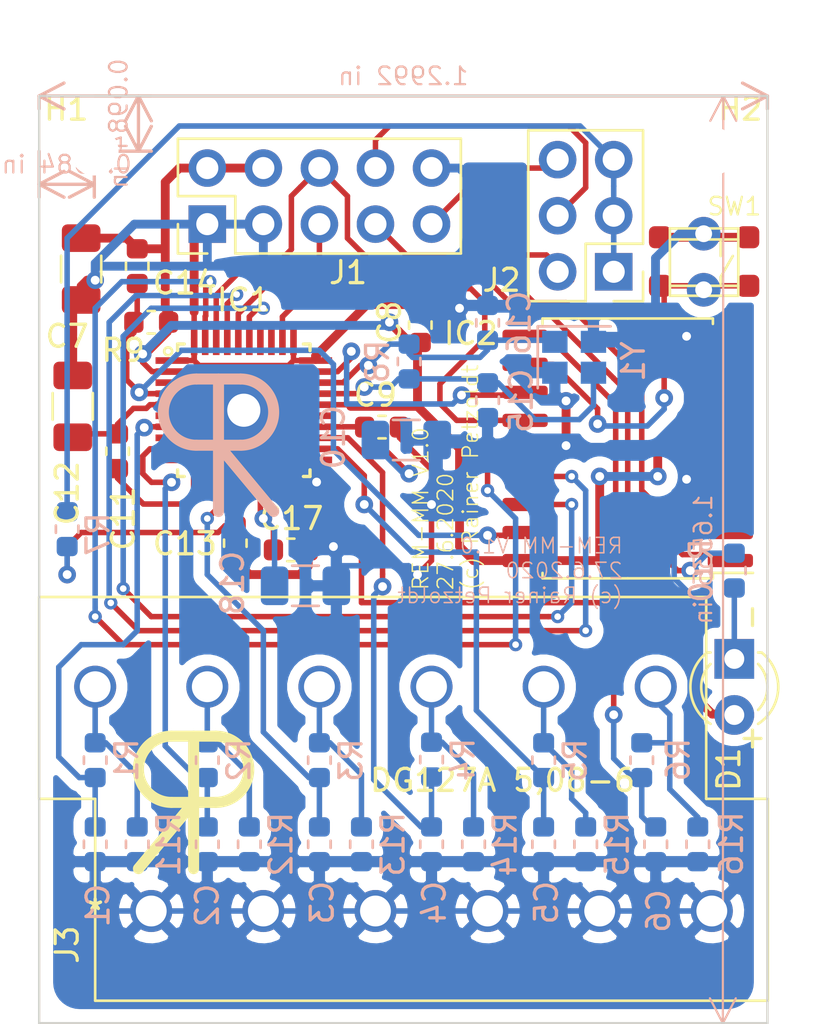
<source format=kicad_pcb>
(kicad_pcb (version 20171130) (host pcbnew "(5.1.5)-3")
  (title_block (title REM-MM) (date 2020-06-10) (rev V1.0) (company Petzoldt))
  (layers (0 F.Cu signal) (31 B.Cu signal) (34 B.Paste user) (35 F.Paste user) (36 B.SilkS user) (37 F.SilkS user) (38 B.Mask user) (39 F.Mask user) (44 Edge.Cuts user))
  (net 0 "")
  (net 1 GNDD)
  (net 2 +3V3)
  (net 3 /~IRQ0)
  (net 4 /~IRQ1)
  (net 5 /HSCLK)
  (net 6 /~RESET)
  (net 7 /AVDD)
  (net 8 /DVDD)
  (net 9 /SCL)
  (net 10 /SDA)
  (net 11 /HSD)
  (net 12 /HAS)
  (net 13 /IAin)
  (net 14 /VPin)
  (net 15 /IFin)
  (net 16 /IEin)
  (net 17 /IDin)
  (net 18 /ICin)
  (net 19 /IBin)
  (net 20 /VP2)
  (net 21 /VP1)
  (net 22 /CLKIN)
  (net 23 /CLKOUT)
  (net 24 /IBP)
  (net 25 /IAP)
  (net 26 /ICP)
  (net 27 /IDP)
  (net 28 /IEP)
  (net 29 /IFP)
  (net 30 /VP)
  (net 31 /REFIO)
  (net 32 /VP3)
  (net 33 "Net-(IC1-Pad33)")
  (net 34 "Net-(IC1-Pad34)")
  (net 35 "Net-(IC2-Pad11)")
  (net 36 "Net-(D1-Pad1)")
  (net 37 "Net-(IC2-Pad8)")
  (net 38 "Net-(IC2-Pad7)")
  (net 39 /LED)
  (module REM:LED_D3.0mm_long (layer F.Cu) (at 158.5 110.5 270)
    (fp_text reference D1 (at 5 0.25 90) (layer F.SilkS))
    (fp_text value LED)
    (fp_text user + (at 3.605 -0.75 90) (layer F.SilkS))
    (fp_text user - (at -1.895 -0.75 90) (layer F.SilkS))
    (pad 2 thru_hole circle (at 2.54 0 270) (size 1.8 1.8) (drill 0.9) (layers *.Cu *.Mask) (net 2 +3V3))
    (pad 1 thru_hole rect (at 0 0 270) (size 1.8 1.8) (drill 0.9) (layers *.Cu *.Mask) (net 36 "Net-(D1-Pad1)"))
  )
  (module REM:Micro-Button3 (layer F.Cu) (at 159.131 93.599 180)
    (fp_text reference SW1 (at 0.631 3.599) (layer F.SilkS) (effects (font (size 0.8 0.8) (thickness 0.1))))
    (fp_text value Micro-Button3)
    (pad 5 thru_hole circle (at 2.02 -0.18 270) (size 1.524 1.524) (drill 0.762) (layers *.Cu *.Mask) (net 35 "Net-(IC2-Pad11)"))
    (pad 6 thru_hole circle (at 2.02 2.36) (size 1.524 1.524) (drill 0.762) (layers *.Cu *.Mask) (net 1 GNDD))
    (pad 3 smd roundrect (at 4 0 180) (size 1 1) (layers F.Cu F.Paste F.Mask) (net 35 "Net-(IC2-Pad11)"))
    (pad 4 smd roundrect (at 4 2.2 180) (size 1 1) (layers F.Cu F.Paste F.Mask) (net 1 GNDD))
    (pad 2 smd roundrect (at 0 2.2 180) (size 1 1) (layers F.Cu F.Paste F.Mask) (net 1 GNDD))
    (pad 1 smd roundrect (at 0 0 180) (size 1 1) (layers F.Cu F.Paste F.Mask) (net 35 "Net-(IC2-Pad11)"))
  )
  (module Resistor_SMD:R_0603_1608Metric (layer B.Cu) (at 158.5 106.5 270)
    (fp_text reference R10 (at 0 1.5 270) (layer B.SilkS) (effects (justify mirror)))
    (fp_text value 1k)
    (pad 2 smd roundrect (at 0.7875 0 270) (size 0.875 0.95) (layers B.Cu B.Paste B.Mask) (net 36 "Net-(D1-Pad1)"))
    (pad 1 smd roundrect (at -0.7875 0 270) (size 0.875 0.95) (layers B.Cu B.Paste B.Mask) (net 39 /LED))
  )
  (module REM:PinHeader_2x05_P2.54mm_Vertical_mit_Stecker (layer F.Cu) (at 134.62 90.805 90)
    (fp_text reference J1 (at -2.195 6.38 180) (layer F.SilkS))
    (fp_text value Conn_02x05_Odd_Even)
    (pad 10 thru_hole oval (at 2.54 10.16 90) (size 1.7 1.7) (drill 1) (layers *.Cu *.Mask) (net 1 GNDD))
    (pad 9 thru_hole oval (at 0 10.16 90) (size 1.7 1.7) (drill 1) (layers *.Cu *.Mask) (net 32 /VP3))
    (pad 8 thru_hole oval (at 2.54 7.62 90) (size 1.7 1.7) (drill 1) (layers *.Cu *.Mask) (net 20 /VP2))
    (pad 7 thru_hole oval (at 0 7.62 90) (size 1.7 1.7) (drill 1) (layers *.Cu *.Mask) (net 21 /VP1))
    (pad 6 thru_hole oval (at 2.54 5.08 90) (size 1.7 1.7) (drill 1) (layers *.Cu *.Mask) (net 10 /SDA))
    (pad 5 thru_hole oval (at 0 5.08 90) (size 1.7 1.7) (drill 1) (layers *.Cu *.Mask) (net 9 /SCL))
    (pad 4 thru_hole oval (at 2.54 2.54 90) (size 1.7 1.7) (drill 1) (layers *.Cu *.Mask) (net 2 +3V3))
    (pad 3 thru_hole oval (at 0 2.54 90) (size 1.7 1.7) (drill 1) (layers *.Cu *.Mask) (net 1 GNDD))
    (pad 2 thru_hole oval (at 2.54 0 90) (size 1.7 1.7) (drill 1) (layers *.Cu *.Mask) (net 2 +3V3))
    (pad 1 thru_hole rect (at 0 0 90) (size 1.7 1.7) (drill 1) (layers *.Cu *.Mask) (net 1 GNDD))
  )
  (module REM:LogoRP_6mm (layer B.Cu) (at 135.128 91.821 180)
    (fp_text reference L2 hide)
    (fp_text value Logo)
  )
  (module REM:LogoRP_6mm (layer F.Cu) (at 134 108)
    (fp_text reference L1 hide)
    (fp_text value Logo)
  )
  (module REM:QFN50P600X600X80-41N (layer F.Cu) (at 136.275 99.235)
    (fp_text reference IC1 (at 0 -5) (layer F.SilkS))
    (fp_text value ADE7816ACPZ)
    (pad 1 smd rect (at -3.25 -2.25) (size 1.5 0.3) (layers F.Cu F.Paste F.Mask) (net 1 GNDD))
    (pad 2 smd rect (at -3.25 -1.75) (size 1.5 0.3) (layers F.Cu F.Paste F.Mask) (net 2 +3V3))
    (pad 3 smd rect (at -3.25 -1.25) (size 1.5 0.3) (layers F.Cu F.Paste F.Mask) (net 1 GNDD))
    (pad 4 smd rect (at -3.25 -0.75) (size 1.5 0.3) (layers F.Cu F.Paste F.Mask) (net 6 /~RESET))
    (pad 5 smd rect (at -3.25 -0.25) (size 1.5 0.3) (layers F.Cu F.Paste F.Mask) (net 8 /DVDD))
    (pad 6 smd rect (at -3.25 0.25) (size 1.5 0.3) (layers F.Cu F.Paste F.Mask) (net 1 GNDD))
    (pad 7 smd rect (at -3.25 0.75) (size 1.5 0.3) (layers F.Cu F.Paste F.Mask) (net 25 /IAP))
    (pad 8 smd rect (at -3.25 1.25) (size 1.5 0.3) (layers F.Cu F.Paste F.Mask) (net 1 GNDD))
    (pad 9 smd rect (at -3.25 1.75) (size 1.5 0.3) (layers F.Cu F.Paste F.Mask) (net 24 /IBP))
    (pad 10 smd rect (at -3.25 2.25) (size 1.5 0.3) (layers F.Cu F.Paste F.Mask) (net 1 GNDD))
    (pad 11 smd rect (at -2.25 3.25) (size 0.3 1.5) (layers F.Cu F.Paste F.Mask) (net 1 GNDD))
    (pad 12 smd rect (at -1.75 3.25) (size 0.3 1.5) (layers F.Cu F.Paste F.Mask) (net 1 GNDD))
    (pad 13 smd rect (at -1.25 3.25) (size 0.3 1.5) (layers F.Cu F.Paste F.Mask) (net 26 /ICP))
    (pad 14 smd rect (at -0.75 3.25) (size 0.3 1.5) (layers F.Cu F.Paste F.Mask) (net 1 GNDD))
    (pad 15 smd rect (at -0.25 3.25) (size 0.3 1.5) (layers F.Cu F.Paste F.Mask) (net 30 /VP))
    (pad 16 smd rect (at 0.25 3.25) (size 0.3 1.5) (layers F.Cu F.Paste F.Mask) (net 1 GNDD))
    (pad 17 smd rect (at 0.75 3.25) (size 0.3 1.5) (layers F.Cu F.Paste F.Mask) (net 31 /REFIO))
    (pad 18 smd rect (at 1.25 3.25) (size 0.3 1.5) (layers F.Cu F.Paste F.Mask) (net 1 GNDD))
    (pad 19 smd rect (at 1.75 3.25) (size 0.3 1.5) (layers F.Cu F.Paste F.Mask) (net 29 /IFP))
    (pad 20 smd rect (at 2.25 3.25) (size 0.3 1.5) (layers F.Cu F.Paste F.Mask) (net 1 GNDD))
    (pad 21 smd rect (at 3.25 2.25) (size 1.5 0.3) (layers F.Cu F.Paste F.Mask) (net 1 GNDD))
    (pad 22 smd rect (at 3.25 1.75) (size 1.5 0.3) (layers F.Cu F.Paste F.Mask) (net 28 /IEP))
    (pad 23 smd rect (at 3.25 1.25) (size 1.5 0.3) (layers F.Cu F.Paste F.Mask) (net 27 /IDP))
    (pad 24 smd rect (at 3.25 0.75) (size 1.5 0.3) (layers F.Cu F.Paste F.Mask) (net 7 /AVDD))
    (pad 25 smd rect (at 3.25 0.25) (size 1.5 0.3) (layers F.Cu F.Paste F.Mask) (net 1 GNDD))
    (pad 26 smd rect (at 3.25 -0.25) (size 1.5 0.3) (layers F.Cu F.Paste F.Mask) (net 2 +3V3))
    (pad 27 smd rect (at 3.25 -0.75) (size 1.5 0.3) (layers F.Cu F.Paste F.Mask) (net 22 /CLKIN))
    (pad 28 smd rect (at 3.25 -1.25) (size 1.5 0.3) (layers F.Cu F.Paste F.Mask) (net 23 /CLKOUT))
    (pad 29 smd rect (at 3.25 -1.75) (size 1.5 0.3) (layers F.Cu F.Paste F.Mask) (net 3 /~IRQ0))
    (pad 30 smd rect (at 3.25 -2.25) (size 1.5 0.3) (layers F.Cu F.Paste F.Mask) (net 1 GNDD))
    (pad 31 smd rect (at 2.25 -3.25) (size 0.3 1.5) (layers F.Cu F.Paste F.Mask) (net 1 GNDD))
    (pad 32 smd rect (at 1.75 -3.25) (size 0.3 1.5) (layers F.Cu F.Paste F.Mask) (net 4 /~IRQ1))
    (pad 33 smd rect (at 1.25 -3.25) (size 0.3 1.5) (layers F.Cu F.Paste F.Mask) (net 33 "Net-(IC1-Pad33)"))
    (pad 34 smd rect (at 0.75 -3.25) (size 0.3 1.5) (layers F.Cu F.Paste F.Mask) (net 34 "Net-(IC1-Pad34)"))
    (pad 35 smd rect (at 0.25 -3.25) (size 0.3 1.5) (layers F.Cu F.Paste F.Mask) (net 5 /HSCLK))
    (pad 36 smd rect (at -0.25 -3.25) (size 0.3 1.5) (layers F.Cu F.Paste F.Mask) (net 9 /SCL))
    (pad 37 smd rect (at -0.75 -3.25) (size 0.3 1.5) (layers F.Cu F.Paste F.Mask) (net 11 /HSD))
    (pad 38 smd rect (at -1.25 -3.25) (size 0.3 1.5) (layers F.Cu F.Paste F.Mask) (net 10 /SDA))
    (pad 39 smd rect (at -1.75 -3.25) (size 0.3 1.5) (layers F.Cu F.Paste F.Mask) (net 12 /HAS))
    (pad 40 smd rect (at -2.25 -3.25) (size 0.3 1.5) (layers F.Cu F.Paste F.Mask) (net 1 GNDD))
    (pad 41 smd rect (at 0 0) (size 4.3 4.3) (layers F.Cu F.Paste F.Mask) (net 1 GNDD))
  )
  (module REM:pxc_1726189_05_MKKDSN-1-5-6-5-08 (layer F.Cu) (at 129.54 121.92)
    (fp_text reference J3 (at -1.27 1.524 90) (layer F.SilkS))
    (fp_text value "DG127A 5,08-6" (at 18.46 -5.92) (layer F.SilkS))
    (fp_text user * (at 0 0) (layer F.SilkS))
    (fp_text user * (at 0 0) (layer F.SilkS))
    (pad 12 thru_hole circle (at 0 -10.16) (size 1.905 1.905) (drill 1.397) (layers *.Cu *.Mask) (net 13 /IAin))
    (pad 11 thru_hole circle (at 2.54 0) (size 1.905 1.905) (drill 1.397) (layers *.Cu *.Mask) (net 1 GNDD))
    (pad 10 thru_hole circle (at 5.08 -10.16) (size 1.905 1.905) (drill 1.397) (layers *.Cu *.Mask) (net 19 /IBin))
    (pad 9 thru_hole circle (at 7.62 0) (size 1.905 1.905) (drill 1.397) (layers *.Cu *.Mask) (net 1 GNDD))
    (pad 8 thru_hole circle (at 10.16 -10.16) (size 1.905 1.905) (drill 1.397) (layers *.Cu *.Mask) (net 18 /ICin))
    (pad 7 thru_hole circle (at 12.7 0) (size 1.905 1.905) (drill 1.397) (layers *.Cu *.Mask) (net 1 GNDD))
    (pad 6 thru_hole circle (at 15.24 -10.16) (size 1.905 1.905) (drill 1.397) (layers *.Cu *.Mask) (net 17 /IDin))
    (pad 5 thru_hole circle (at 17.78 0) (size 1.905 1.905) (drill 1.397) (layers *.Cu *.Mask) (net 1 GNDD))
    (pad 4 thru_hole circle (at 20.32 -10.16) (size 1.905 1.905) (drill 1.397) (layers *.Cu *.Mask) (net 16 /IEin))
    (pad 3 thru_hole circle (at 22.86 0) (size 1.905 1.905) (drill 1.397) (layers *.Cu *.Mask) (net 1 GNDD))
    (pad 2 thru_hole circle (at 25.4 -10.16) (size 1.905 1.905) (drill 1.397) (layers *.Cu *.Mask) (net 15 /IFin))
    (pad 1 thru_hole circle (at 27.94 0) (size 1.905 1.905) (drill 1.397) (layers *.Cu *.Mask) (net 1 GNDD))
  )
  (module Package_SO:SOIC-18W_7.5x11.6mm_P1.27mm (layer F.Cu) (at 153.67 100.965 180)
    (fp_text reference IC2 (at 7.112 5.207) (layer F.SilkS))
    (fp_text value MCP23008-xSO)
    (pad 18 smd roundrect (at 4.65 -5.08 180) (size 2.05 0.6) (layers F.Cu F.Paste F.Mask) (net 2 +3V3))
    (pad 17 smd roundrect (at 4.65 -3.81 180) (size 2.05 0.6) (layers F.Cu F.Paste F.Mask) (net 6 /~RESET))
    (pad 16 smd roundrect (at 4.65 -2.54 180) (size 2.05 0.6) (layers F.Cu F.Paste F.Mask) (net 5 /HSCLK))
    (pad 15 smd roundrect (at 4.65 -1.27 180) (size 2.05 0.6) (layers F.Cu F.Paste F.Mask) (net 11 /HSD))
    (pad 14 smd roundrect (at 4.65 0 180) (size 2.05 0.6) (layers F.Cu F.Paste F.Mask) (net 12 /HAS))
    (pad 13 smd roundrect (at 4.65 1.27 180) (size 2.05 0.6) (layers F.Cu F.Paste F.Mask) (net 4 /~IRQ1))
    (pad 12 smd roundrect (at 4.65 2.54 180) (size 2.05 0.6) (layers F.Cu F.Paste F.Mask) (net 3 /~IRQ0))
    (pad 11 smd roundrect (at 4.65 3.81 180) (size 2.05 0.6) (layers F.Cu F.Paste F.Mask) (net 35 "Net-(IC2-Pad11)"))
    (pad 10 smd roundrect (at 4.65 5.08 180) (size 2.05 0.6) (layers F.Cu F.Paste F.Mask) (net 39 /LED))
    (pad 9 smd roundrect (at -4.65 5.08 180) (size 2.05 0.6) (layers F.Cu F.Paste F.Mask) (net 1 GNDD))
    (pad 8 smd roundrect (at -4.65 3.81 180) (size 2.05 0.6) (layers F.Cu F.Paste F.Mask) (net 37 "Net-(IC2-Pad8)"))
    (pad 7 smd roundrect (at -4.65 2.54 180) (size 2.05 0.6) (layers F.Cu F.Paste F.Mask) (net 38 "Net-(IC2-Pad7)"))
    (pad 6 smd roundrect (at -4.65 1.27 180) (size 2.05 0.6) (layers F.Cu F.Paste F.Mask) (net 2 +3V3))
    (pad 5 smd roundrect (at -4.65 0 180) (size 2.05 0.6) (layers F.Cu F.Paste F.Mask) (net 1 GNDD))
    (pad 4 smd roundrect (at -4.65 -1.27 180) (size 2.05 0.6) (layers F.Cu F.Paste F.Mask) (net 1 GNDD))
    (pad 3 smd roundrect (at -4.65 -2.54 180) (size 2.05 0.6) (layers F.Cu F.Paste F.Mask) (net 1 GNDD))
    (pad 2 smd roundrect (at -4.65 -3.81 180) (size 2.05 0.6) (layers F.Cu F.Paste F.Mask) (net 10 /SDA))
    (pad 1 smd roundrect (at -4.65 -5.08 180) (size 2.05 0.6) (layers F.Cu F.Paste F.Mask) (net 9 /SCL))
  )
  (module kicad:MountingHole_2.2mm_M2 (layer F.Cu) (at 157.5 87.5)
    (fp_text reference H2 (at 1.27 -1.905) (layer F.SilkS))
    (fp_text value MountingHole)
    (pad 1 np_thru_hole circle (at 0 0) (size 2.2 2.2) (drill 2.2) (layers *.Cu *.Mask))
  )
  (module kicad:MountingHole_2.2mm_M2 (layer F.Cu) (at 129.5 87.5)
    (fp_text reference H1 (at -1.27 -1.905) (layer F.SilkS))
    (fp_text value MountingHole hide)
    (pad 1 np_thru_hole circle (at 0 0) (size 2.2 2.2) (drill 2.2) (layers *.Cu *.Mask))
  )
  (module Resistor_SMD:R_0603_1608Metric (layer B.Cu) (at 156.845 118.8975 90)
    (fp_text reference R16 (at 0.0255 1.524 90) (layer B.SilkS) (effects (justify mirror)))
    (fp_text value 47)
    (pad 2 smd roundrect (at 0.7875 0 90) (size 0.875 0.95) (layers B.Cu B.Paste B.Mask) (net 15 /IFin))
    (pad 1 smd roundrect (at -0.7875 0 90) (size 0.875 0.95) (layers B.Cu B.Paste B.Mask) (net 1 GNDD))
  )
  (module Resistor_SMD:R_0603_1608Metric (layer B.Cu) (at 151.765 118.8975 90)
    (fp_text reference R15 (at 0 1.43 90) (layer B.SilkS) (effects (justify mirror)))
    (fp_text value 47)
    (pad 2 smd roundrect (at 0.7875 0 90) (size 0.875 0.95) (layers B.Cu B.Paste B.Mask) (net 16 /IEin))
    (pad 1 smd roundrect (at -0.7875 0 90) (size 0.875 0.95) (layers B.Cu B.Paste B.Mask) (net 1 GNDD))
  )
  (module Resistor_SMD:R_0603_1608Metric (layer B.Cu) (at 146.685 118.8975 90)
    (fp_text reference R14 (at 0 1.43 90) (layer B.SilkS) (effects (justify mirror)))
    (fp_text value 47)
    (pad 2 smd roundrect (at 0.7875 0 90) (size 0.875 0.95) (layers B.Cu B.Paste B.Mask) (net 17 /IDin))
    (pad 1 smd roundrect (at -0.7875 0 90) (size 0.875 0.95) (layers B.Cu B.Paste B.Mask) (net 1 GNDD))
  )
  (module Resistor_SMD:R_0603_1608Metric (layer B.Cu) (at 141.605 118.8975 90)
    (fp_text reference R13 (at 0 1.43 270) (layer B.SilkS) (effects (justify mirror)))
    (fp_text value 47)
    (pad 2 smd roundrect (at 0.7875 0 90) (size 0.875 0.95) (layers B.Cu B.Paste B.Mask) (net 18 /ICin))
    (pad 1 smd roundrect (at -0.7875 0 90) (size 0.875 0.95) (layers B.Cu B.Paste B.Mask) (net 1 GNDD))
  )
  (module Resistor_SMD:R_0603_1608Metric (layer B.Cu) (at 136.525 118.8975 90)
    (fp_text reference R12 (at 0 1.43 270) (layer B.SilkS) (effects (justify mirror)))
    (fp_text value 47)
    (pad 2 smd roundrect (at 0.7875 0 90) (size 0.875 0.95) (layers B.Cu B.Paste B.Mask) (net 19 /IBin))
    (pad 1 smd roundrect (at -0.7875 0 90) (size 0.875 0.95) (layers B.Cu B.Paste B.Mask) (net 1 GNDD))
  )
  (module Resistor_SMD:R_0603_1608Metric (layer B.Cu) (at 154.305 115.0875 90)
    (fp_text reference R6 (at 0.0255 1.651 270) (layer B.SilkS) (effects (justify mirror)))
    (fp_text value 1k)
    (pad 2 smd roundrect (at 0.7875 0 90) (size 0.875 0.95) (layers B.Cu B.Paste B.Mask) (net 15 /IFin))
    (pad 1 smd roundrect (at -0.7875 0 90) (size 0.875 0.95) (layers B.Cu B.Paste B.Mask) (net 29 /IFP))
  )
  (module Resistor_SMD:R_0603_1608Metric (layer B.Cu) (at 144.78 115.062 90)
    (fp_text reference R4 (at 0 1.43 90) (layer B.SilkS) (effects (justify mirror)))
    (fp_text value 1k)
    (pad 2 smd roundrect (at 0.7875 0 90) (size 0.875 0.95) (layers B.Cu B.Paste B.Mask) (net 17 /IDin))
    (pad 1 smd roundrect (at -0.7875 0 90) (size 0.875 0.95) (layers B.Cu B.Paste B.Mask) (net 27 /IDP))
  )
  (module Resistor_SMD:R_0603_1608Metric (layer B.Cu) (at 131.445 118.8975 90)
    (fp_text reference R11 (at 0 1.43 270) (layer B.SilkS) (effects (justify mirror)))
    (fp_text value 47)
    (pad 2 smd roundrect (at 0.7875 0 90) (size 0.875 0.95) (layers B.Cu B.Paste B.Mask) (net 13 /IAin))
    (pad 1 smd roundrect (at -0.7875 0 90) (size 0.875 0.95) (layers B.Cu B.Paste B.Mask) (net 1 GNDD))
  )
  (module Connector_PinHeader_2.54mm:PinHeader_2x03_P2.54mm_Vertical (layer F.Cu) (at 153.035 92.964 180)
    (fp_text reference J2 (at 5.08 -0.381) (layer F.SilkS))
    (fp_text value Conn_02x03_Odd_Even)
    (pad 6 thru_hole oval (at 2.54 5.08 180) (size 1.7 1.7) (drill 1) (layers *.Cu *.Mask) (net 32 /VP3))
    (pad 5 thru_hole oval (at 0 5.08 180) (size 1.7 1.7) (drill 1) (layers *.Cu *.Mask) (net 14 /VPin))
    (pad 4 thru_hole oval (at 2.54 2.54 180) (size 1.7 1.7) (drill 1) (layers *.Cu *.Mask) (net 20 /VP2))
    (pad 3 thru_hole oval (at 0 2.54 180) (size 1.7 1.7) (drill 1) (layers *.Cu *.Mask) (net 14 /VPin))
    (pad 2 thru_hole oval (at 2.54 0 180) (size 1.7 1.7) (drill 1) (layers *.Cu *.Mask) (net 21 /VP1))
    (pad 1 thru_hole rect (at 0 0 180) (size 1.7 1.7) (drill 1) (layers *.Cu *.Mask) (net 14 /VPin))
  )
  (module Crystal:Crystal_SMD_2520-4Pin_2.5x2.0mm (layer B.Cu) (at 151.243 96.836)
    (fp_text reference Y1 (at 2.681 0.192 90) (layer B.SilkS) (effects (justify mirror)))
    (fp_text value 16.384MHz)
    (pad 4 smd rect (at -0.875 0.7) (size 1.15 1) (layers B.Cu B.Paste B.Mask) (net 1 GNDD))
    (pad 3 smd rect (at 0.875 0.7) (size 1.15 1) (layers B.Cu B.Paste B.Mask) (net 22 /CLKIN))
    (pad 2 smd rect (at 0.875 -0.7) (size 1.15 1) (layers B.Cu B.Paste B.Mask) (net 1 GNDD))
    (pad 1 smd rect (at -0.875 -0.7) (size 1.15 1) (layers B.Cu B.Paste B.Mask) (net 23 /CLKOUT))
  )
  (module Resistor_SMD:R_0603_1608Metric (layer F.Cu) (at 132.08 95.25 180)
    (fp_text reference R9 (at 1.27 -1.27) (layer F.SilkS))
    (fp_text value 10k)
    (pad 2 smd roundrect (at 0.7875 0 180) (size 0.875 0.95) (layers F.Cu F.Paste F.Mask) (net 6 /~RESET))
    (pad 1 smd roundrect (at -0.7875 0 180) (size 0.875 0.95) (layers F.Cu F.Paste F.Mask) (net 2 +3V3))
  )
  (module Resistor_SMD:R_0603_1608Metric (layer B.Cu) (at 149.86 115.0875 90)
    (fp_text reference R5 (at 0 1.43 270) (layer B.SilkS) (effects (justify mirror)))
    (fp_text value 1k)
    (pad 2 smd roundrect (at 0.7875 0 90) (size 0.875 0.95) (layers B.Cu B.Paste B.Mask) (net 16 /IEin))
    (pad 1 smd roundrect (at -0.7875 0 90) (size 0.875 0.95) (layers B.Cu B.Paste B.Mask) (net 28 /IEP))
  )
  (module Resistor_SMD:R_0603_1608Metric (layer B.Cu) (at 139.7 115.0875 90)
    (fp_text reference R3 (at 0 1.43 90) (layer B.SilkS) (effects (justify mirror)))
    (fp_text value 1k)
    (pad 2 smd roundrect (at 0.7875 0 90) (size 0.875 0.95) (layers B.Cu B.Paste B.Mask) (net 18 /ICin))
    (pad 1 smd roundrect (at -0.7875 0 90) (size 0.875 0.95) (layers B.Cu B.Paste B.Mask) (net 26 /ICP))
  )
  (module Resistor_SMD:R_0603_1608Metric (layer B.Cu) (at 134.62 115.0875 90)
    (fp_text reference R2 (at 0 1.43 90) (layer B.SilkS) (effects (justify mirror)))
    (fp_text value 1k)
    (pad 2 smd roundrect (at 0.7875 0 90) (size 0.875 0.95) (layers B.Cu B.Paste B.Mask) (net 19 /IBin))
    (pad 1 smd roundrect (at -0.7875 0 90) (size 0.875 0.95) (layers B.Cu B.Paste B.Mask) (net 24 /IBP))
  )
  (module Resistor_SMD:R_0603_1608Metric (layer B.Cu) (at 129.54 115.0875 90)
    (fp_text reference R1 (at 0 1.43 90) (layer B.SilkS) (effects (justify mirror)))
    (fp_text value 1k)
    (pad 2 smd roundrect (at 0.7875 0 90) (size 0.875 0.95) (layers B.Cu B.Paste B.Mask) (net 13 /IAin))
    (pad 1 smd roundrect (at -0.7875 0 90) (size 0.875 0.95) (layers B.Cu B.Paste B.Mask) (net 25 /IAP))
  )
  (module Resistor_SMD:R_0603_1608Metric (layer B.Cu) (at 143.764 97.028 270)
    (fp_text reference R8 (at 0 1.43 270) (layer B.SilkS) (effects (justify mirror)))
    (fp_text value 4.7M)
    (pad 2 smd roundrect (at 0.7875 0 270) (size 0.875 0.95) (layers B.Cu B.Paste B.Mask) (net 22 /CLKIN))
    (pad 1 smd roundrect (at -0.7875 0 270) (size 0.875 0.95) (layers B.Cu B.Paste B.Mask) (net 23 /CLKOUT))
  )
  (module Resistor_SMD:R_0603_1608Metric (layer B.Cu) (at 128.27 104.6225 90)
    (fp_text reference R7 (at -0.2285 1.397 90) (layer B.SilkS) (effects (justify mirror)))
    (fp_text value 1k)
    (pad 2 smd roundrect (at 0.7875 0 90) (size 0.875 0.95) (layers B.Cu B.Paste B.Mask) (net 14 /VPin))
    (pad 1 smd roundrect (at -0.7875 0 90) (size 0.875 0.95) (layers B.Cu B.Paste B.Mask) (net 30 /VP))
  )
  (module Capacitor_SMD:C_0603_1608Metric (layer F.Cu) (at 138.4045 105.5625)
    (fp_text reference C17 (at 0.0255 -1.4225) (layer F.SilkS))
    (fp_text value 220n)
    (pad 2 smd roundrect (at 0.7875 0) (size 0.875 0.95) (layers F.Cu F.Paste F.Mask) (net 1 GNDD))
    (pad 1 smd roundrect (at -0.7875 0) (size 0.875 0.95) (layers F.Cu F.Paste F.Mask) (net 31 /REFIO))
  )
  (module Capacitor_SMD:C_1206_3216Metric (layer B.Cu) (at 139.068 107.188)
    (fp_text reference C18 (at -3.305 -0.127 270) (layer B.SilkS) (effects (justify mirror)))
    (fp_text value 4.7u)
    (pad 2 smd roundrect (at 1.4 0) (size 1.25 1.75) (layers B.Cu B.Paste B.Mask) (roundrect_rratio 0.2) (net 1 GNDD))
    (pad 1 smd roundrect (at -1.4 0) (size 1.25 1.75) (layers B.Cu B.Paste B.Mask) (roundrect_rratio 0.2) (net 31 /REFIO))
  )
  (module Capacitor_SMD:C_0603_1608Metric (layer F.Cu) (at 131.445 92.71 270)
    (fp_text reference C14 (at 0.762 -2.159) (layer F.SilkS))
    (fp_text value 1u)
    (pad 2 smd roundrect (at 0.7875 0 270) (size 0.875 0.95) (layers F.Cu F.Paste F.Mask) (net 6 /~RESET))
    (pad 1 smd roundrect (at -0.7875 0 270) (size 0.875 0.95) (layers F.Cu F.Paste F.Mask) (net 2 +3V3))
  )
  (module Capacitor_SMD:C_1206_3216Metric (layer F.Cu) (at 128.524 99.06 90)
    (fp_text reference C12 (at -3.937 -0.254 90) (layer F.SilkS))
    (fp_text value 4.7u)
    (pad 2 smd roundrect (at 1.4 0 90) (size 1.25 1.75) (layers F.Cu F.Paste F.Mask) (roundrect_rratio 0.2) (net 1 GNDD))
    (pad 1 smd roundrect (at -1.4 0 90) (size 1.25 1.75) (layers F.Cu F.Paste F.Mask) (roundrect_rratio 0.2) (net 8 /DVDD))
  )
  (module Capacitor_SMD:C_0603_1608Metric (layer F.Cu) (at 130.556 101.092 270)
    (fp_text reference C11 (at 3.048 -0.254 90) (layer F.SilkS))
    (fp_text value 220n)
    (pad 2 smd roundrect (at 0.7875 0 270) (size 0.875 0.95) (layers F.Cu F.Paste F.Mask) (net 1 GNDD))
    (pad 1 smd roundrect (at -0.7875 0 270) (size 0.875 0.95) (layers F.Cu F.Paste F.Mask) (net 8 /DVDD))
  )
  (module Capacitor_SMD:C_0603_1608Metric (layer B.Cu) (at 147.32 95.2755 90)
    (fp_text reference C16 (at 0 1.43 270) (layer B.SilkS) (effects (justify mirror)))
    (fp_text value 20p)
    (pad 2 smd roundrect (at 0.7875 0 90) (size 0.875 0.95) (layers B.Cu B.Paste B.Mask) (net 1 GNDD))
    (pad 1 smd roundrect (at -0.7875 0 90) (size 0.875 0.95) (layers B.Cu B.Paste B.Mask) (net 23 /CLKOUT))
  )
  (module Capacitor_SMD:C_0603_1608Metric (layer B.Cu) (at 147.32 98.7805 270)
    (fp_text reference C15 (at 0.0255 -1.524 90) (layer B.SilkS) (effects (justify mirror)))
    (fp_text value 20p)
    (pad 2 smd roundrect (at 0.7875 0 270) (size 0.875 0.95) (layers B.Cu B.Paste B.Mask) (net 1 GNDD))
    (pad 1 smd roundrect (at -0.7875 0 270) (size 0.875 0.95) (layers B.Cu B.Paste B.Mask) (net 22 /CLKIN))
  )
  (module Capacitor_SMD:C_0603_1608Metric (layer F.Cu) (at 144.272 95.377 90)
    (fp_text reference C8 (at 0.127 -1.397 90) (layer F.SilkS))
    (fp_text value 220n)
    (pad 2 smd roundrect (at 0.7875 0 90) (size 0.875 0.95) (layers F.Cu F.Paste F.Mask) (net 1 GNDD))
    (pad 1 smd roundrect (at -0.7875 0 90) (size 0.875 0.95) (layers F.Cu F.Paste F.Mask) (net 2 +3V3))
  )
  (module Capacitor_SMD:C_1206_3216Metric (layer F.Cu) (at 128.905 92.84 270)
    (fp_text reference C7 (at 3.045 0.635 180) (layer F.SilkS))
    (fp_text value 10u)
    (pad 2 smd roundrect (at 1.4 0 270) (size 1.25 1.75) (layers F.Cu F.Paste F.Mask) (roundrect_rratio 0.2) (net 1 GNDD))
    (pad 1 smd roundrect (at -1.4 0 270) (size 1.25 1.75) (layers F.Cu F.Paste F.Mask) (roundrect_rratio 0.2) (net 2 +3V3))
  )
  (module Capacitor_SMD:C_0603_1608Metric (layer B.Cu) (at 154.94 118.8975 270)
    (fp_text reference C6 (at 3.0225 -0.127 270) (layer B.SilkS) (effects (justify mirror)))
    (fp_text value 22n)
    (pad 2 smd roundrect (at 0.7875 0 270) (size 0.875 0.95) (layers B.Cu B.Paste B.Mask) (net 1 GNDD))
    (pad 1 smd roundrect (at -0.7875 0 270) (size 0.875 0.95) (layers B.Cu B.Paste B.Mask) (net 29 /IFP))
  )
  (module Capacitor_SMD:C_0603_1608Metric (layer B.Cu) (at 149.86 118.8975 270)
    (fp_text reference C5 (at 2.6415 -0.127 90) (layer B.SilkS) (effects (justify mirror)))
    (fp_text value 22n)
    (pad 2 smd roundrect (at 0.7875 0 270) (size 0.875 0.95) (layers B.Cu B.Paste B.Mask) (net 1 GNDD))
    (pad 1 smd roundrect (at -0.7875 0 270) (size 0.875 0.95) (layers B.Cu B.Paste B.Mask) (net 28 /IEP))
  )
  (module Capacitor_SMD:C_0603_1608Metric (layer B.Cu) (at 144.78 118.8975 270)
    (fp_text reference C4 (at 2.6415 -0.127 90) (layer B.SilkS) (effects (justify mirror)))
    (fp_text value 22n)
    (pad 2 smd roundrect (at 0.7875 0 270) (size 0.875 0.95) (layers B.Cu B.Paste B.Mask) (net 1 GNDD))
    (pad 1 smd roundrect (at -0.7875 0 270) (size 0.875 0.95) (layers B.Cu B.Paste B.Mask) (net 27 /IDP))
  )
  (module Capacitor_SMD:C_0603_1608Metric (layer B.Cu) (at 139.7 118.8975 270)
    (fp_text reference C3 (at 2.6415 -0.127 270) (layer B.SilkS) (effects (justify mirror)))
    (fp_text value 22n)
    (pad 2 smd roundrect (at 0.7875 0 270) (size 0.875 0.95) (layers B.Cu B.Paste B.Mask) (net 1 GNDD))
    (pad 1 smd roundrect (at -0.7875 0 270) (size 0.875 0.95) (layers B.Cu B.Paste B.Mask) (net 26 /ICP))
  )
  (module Capacitor_SMD:C_0603_1608Metric (layer B.Cu) (at 134.62 118.8975 270)
    (fp_text reference C2 (at 2.7685 0 90) (layer B.SilkS) (effects (justify mirror)))
    (fp_text value 22n)
    (pad 2 smd roundrect (at 0.7875 0 270) (size 0.875 0.95) (layers B.Cu B.Paste B.Mask) (net 1 GNDD))
    (pad 1 smd roundrect (at -0.7875 0 270) (size 0.875 0.95) (layers B.Cu B.Paste B.Mask) (net 24 /IBP))
  )
  (module Capacitor_SMD:C_0603_1608Metric (layer B.Cu) (at 129.54 118.8975 270)
    (fp_text reference C1 (at 2.7685 -0.127 90) (layer B.SilkS) (effects (justify mirror)))
    (fp_text value 22n)
    (pad 2 smd roundrect (at 0.7875 0 270) (size 0.875 0.95) (layers B.Cu B.Paste B.Mask) (net 1 GNDD))
    (pad 1 smd roundrect (at -0.7875 0 270) (size 0.875 0.95) (layers B.Cu B.Paste B.Mask) (net 25 /IAP))
  )
  (module Capacitor_SMD:C_0603_1608Metric (layer F.Cu) (at 135.89 105.2575 270)
    (fp_text reference C13 (at 0.0255 2.286) (layer F.SilkS))
    (fp_text value 22n)
    (pad 2 smd roundrect (at 0.7875 0 270) (size 0.875 0.95) (layers F.Cu F.Paste F.Mask) (net 1 GNDD))
    (pad 1 smd roundrect (at -0.7875 0 270) (size 0.875 0.95) (layers F.Cu F.Paste F.Mask) (net 30 /VP))
  )
  (module Capacitor_SMD:C_1206_3216Metric (layer B.Cu) (at 143.637 100.584)
    (fp_text reference C10 (at -3.302 -0.127 90) (layer B.SilkS) (effects (justify mirror)))
    (fp_text value 4.7u)
    (pad 2 smd roundrect (at 1.4 0) (size 1.25 1.75) (layers B.Cu B.Paste B.Mask) (roundrect_rratio 0.2) (net 1 GNDD))
    (pad 1 smd roundrect (at -1.4 0) (size 1.25 1.75) (layers B.Cu B.Paste B.Mask) (roundrect_rratio 0.2) (net 7 /AVDD))
  )
  (module Capacitor_SMD:C_0603_1608Metric (layer F.Cu) (at 142.5375 100)
    (fp_text reference C9 (at -0.2975 -1.448) (layer F.SilkS))
    (fp_text value 220n)
    (pad 2 smd roundrect (at 0.7875 0) (size 0.875 0.95) (layers F.Cu F.Paste F.Mask) (net 1 GNDD))
    (pad 1 smd roundrect (at -0.7875 0) (size 0.875 0.95) (layers F.Cu F.Paste F.Mask) (net 7 /AVDD))
  )
  (gr_line (start 127 127) (end 160 127) (layer B.SilkS) (width 0.1))
  (gr_line (start 160 127) (end 160 85) (layer B.SilkS) (width 0.1))
  (gr_line (start 127 127) (end 127 85) (layer B.SilkS) (width 0.1))
  (gr_line (start 127 85) (end 160 85) (layer B.SilkS) (width 0.1))
  (gr_line (start 127 127) (end 160 127) (layer F.SilkS) (width 0.1))
  (gr_line (start 160 127) (end 160 85) (layer F.SilkS) (width 0.1))
  (gr_line (start 127 127) (end 127 85) (layer F.SilkS) (width 0.1))
  (gr_line (start 127 85) (end 160 85) (layer F.SilkS) (width 0.1))
  (dimension 2.5 (width 0.15) (layer B.SilkS) (gr_text "     2,5 mm" (at 132.8 86.25 90) (layer B.SilkS) (effects (font (size 0.8 0.8) (thickness 0.1)) (justify mirror))) (feature1 (pts (xy 129.5 85) (xy 132.086421 85))) (feature2 (pts (xy 129.5 87.5) (xy 132.086421 87.5))) (crossbar (pts (xy 131.5 87.5) (xy 131.5 85))) (arrow1a (pts (xy 131.5 85) (xy 132.086421 86.126504))) (arrow1b (pts (xy 131.5 85) (xy 130.913579 86.126504))) (arrow2a (pts (xy 131.5 87.5) (xy 132.086421 86.373496))) (arrow2b (pts (xy 131.5 87.5) (xy 130.913579 86.373496))))
  (dimension 2.5 (width 0.15) (layer B.SilkS) (gr_text "2,5 mm   " (at 128.25 90.3) (layer B.SilkS) (effects (font (size 0.8 0.8) (thickness 0.1)) (justify mirror))) (feature1 (pts (xy 127 87.5) (xy 127 89.586421))) (feature2 (pts (xy 129.5 87.5) (xy 129.5 89.586421))) (crossbar (pts (xy 129.5 89) (xy 127 89))) (arrow1a (pts (xy 127 89) (xy 128.126504 88.413579))) (arrow1b (pts (xy 127 89) (xy 128.126504 89.586421))) (arrow2a (pts (xy 129.5 89) (xy 128.373496 88.413579))) (arrow2b (pts (xy 129.5 89) (xy 128.373496 89.586421))))
  (dimension 42.000005 (width 0.1) (layer B.SilkS) (gr_text "42,0 mm" (at 159 98 90) (layer B.SilkS) (effects (font (size 0.8 0.8) (thickness 0.1)) (justify mirror))) (feature1 (pts (xy 160.02 85.001238) (xy 157.41358 84.999997))) (feature2 (pts (xy 160 127.001238) (xy 157.39358 126.999997))) (crossbar (pts (xy 157.98 127.000276) (xy 158 85.000276))) (arrow1a (pts (xy 158 85.000276) (xy 158.585884 86.127059))) (arrow1b (pts (xy 158 85.000276) (xy 157.413043 86.1265))) (arrow2a (pts (xy 157.98 127.000276) (xy 158.566957 125.874052))) (arrow2b (pts (xy 157.98 127.000276) (xy 157.394116 125.873493))))
  (dimension 33 (width 0.15) (layer B.SilkS) (gr_text "33,0 mm" (at 143.5 86.05) (layer B.SilkS) (effects (font (size 0.8 0.8) (thickness 0.1)) (justify mirror))) (feature1 (pts (xy 160 85) (xy 160 85.586421))) (feature2 (pts (xy 127 85) (xy 127 85.586421))) (crossbar (pts (xy 127 85) (xy 160 85))) (arrow1a (pts (xy 160 85) (xy 158.873496 85.586421))) (arrow1b (pts (xy 160 85) (xy 158.873496 84.413579))) (arrow2a (pts (xy 127 85) (xy 128.126504 85.586421))) (arrow2b (pts (xy 127 85) (xy 128.126504 84.413579))))
  (gr_text "REM-MM V1.0\n27.6.2020\n(c) Rainer Petzoldt\n" (at 145.415 107.442 90) (layer F.SilkS) (effects (font (size 0.7 0.7) (thickness 0.07)) (justify left)))
  (gr_text "REM-MM V1.0\n27.6.2020\n(c) Rainer Petzoldt\n" (at 153.5 106.5) (layer B.SilkS) (effects (font (size 0.7 0.7) (thickness 0.07)) (justify left mirror)))
  (gr_line (start 160 127) (end 160 85) (layer Edge.Cuts) (width 0.1))
  (gr_line (start 127 127) (end 160 127) (layer Edge.Cuts) (width 0.1))
  (gr_line (start 127 85) (end 160 85) (layer Edge.Cuts) (width 0.1))
  (gr_line (start 127 127) (end 127 85) (layer Edge.Cuts) (width 0.1))
  (segment (start 157.48 121.92) (end 152.4 121.92) (width 0.25) (layer B.Cu) (net 1))
  (segment (start 152.4 121.92) (end 151.052962 121.92) (width 0.25) (layer B.Cu) (net 1))
  (segment (start 142.24 121.92) (end 137.16 121.92) (width 0.25) (layer B.Cu) (net 1))
  (segment (start 137.16 121.92) (end 132.08 121.92) (width 0.25) (layer B.Cu) (net 1))
  (segment (start 132.08 121.92) (end 130.175 121.92) (width 0.25) (layer B.Cu) (net 1))
  (segment (start 129.54 121.285) (end 129.54 119.685) (width 0.25) (layer B.Cu) (net 1))
  (segment (start 130.175 121.92) (end 129.54 121.285) (width 0.25) (layer B.Cu) (net 1))
  (segment (start 134.62 119.685) (end 134.62 121.92) (width 0.25) (layer B.Cu) (net 1))
  (segment (start 139.7 119.685) (end 139.7 121.92) (width 0.25) (layer B.Cu) (net 1))
  (segment (start 144.78 119.685) (end 144.78 121.92) (width 0.25) (layer B.Cu) (net 1))
  (segment (start 147.32 121.92) (end 144.78 121.92) (width 0.25) (layer B.Cu) (net 1))
  (segment (start 144.78 121.92) (end 142.24 121.92) (width 0.25) (layer B.Cu) (net 1))
  (segment (start 149.86 119.685) (end 149.86 121.92) (width 0.25) (layer B.Cu) (net 1))
  (segment (start 149.86 121.92) (end 147.32 121.92) (width 0.25) (layer B.Cu) (net 1))
  (segment (start 154.94 119.685) (end 154.94 121.92) (width 0.25) (layer B.Cu) (net 1))
  (segment (start 139.525 101.485) (end 138.525 101.485) (width 0.25) (layer F.Cu) (net 1))
  (segment (start 138.525 101.485) (end 136.275 99.235) (width 0.25) (layer F.Cu) (net 1))
  (segment (start 138.525 102.485) (end 138.525 101.485) (width 0.25) (layer F.Cu) (net 1))
  (segment (start 139.525 96.985) (end 138.525 96.985) (width 0.25) (layer F.Cu) (net 1))
  (segment (start 138.525 95.985) (end 138.525 96.985) (width 0.25) (layer F.Cu) (net 1))
  (segment (start 134.025 95.985) (end 134.025 96.985) (width 0.25) (layer F.Cu) (net 1))
  (segment (start 134.025 96.985) (end 136.275 99.235) (width 0.25) (layer F.Cu) (net 1))
  (segment (start 133.025 96.985) (end 134.025 96.985) (width 0.25) (layer F.Cu) (net 1))
  (segment (start 133.025 101.485) (end 134.025 101.485) (width 0.25) (layer F.Cu) (net 1))
  (segment (start 134.025 101.485) (end 136.275 99.235) (width 0.25) (layer F.Cu) (net 1))
  (segment (start 134.025 102.485) (end 134.025 101.485) (width 0.25) (layer F.Cu) (net 1))
  (segment (start 134.525 100.985) (end 136.275 99.235) (width 0.25) (layer F.Cu) (net 1))
  (segment (start 134.525 102.485) (end 134.525 100.985) (width 0.25) (layer F.Cu) (net 1))
  (segment (start 135.025 97.985) (end 136.275 99.235) (width 0.25) (layer F.Cu) (net 1))
  (segment (start 133.025 97.985) (end 135.025 97.985) (width 0.25) (layer F.Cu) (net 1))
  (segment (start 136.025 99.485) (end 136.275 99.235) (width 0.25) (layer F.Cu) (net 1))
  (segment (start 133.025 99.485) (end 136.025 99.485) (width 0.25) (layer F.Cu) (net 1))
  (segment (start 135.025 100.485) (end 136.275 99.235) (width 0.25) (layer F.Cu) (net 1))
  (segment (start 133.025 100.485) (end 135.025 100.485) (width 0.25) (layer F.Cu) (net 1))
  (segment (start 139.525 99.485) (end 136.525 99.485) (width 0.25) (layer F.Cu) (net 1))
  (segment (start 137.525 100.485) (end 136.275 99.235) (width 0.25) (layer F.Cu) (net 1))
  (segment (start 137.525 102.485) (end 137.525 100.485) (width 0.25) (layer F.Cu) (net 1))
  (segment (start 136.525 99.485) (end 136.275 99.235) (width 0.25) (layer F.Cu) (net 1))
  (segment (start 136.525 102.485) (end 136.525 99.485) (width 0.25) (layer F.Cu) (net 1))
  (segment (start 135.525 99.985) (end 136.275 99.235) (width 0.25) (layer F.Cu) (net 1))
  (segment (start 135.525 102.485) (end 135.525 99.985) (width 0.25) (layer F.Cu) (net 1))
  (segment (start 158.32 101.092) (end 158.32 102.362) (width 0.25) (layer F.Cu) (net 1))
  (segment (start 158.32 102.362) (end 158.32 103.632) (width 0.25) (layer F.Cu) (net 1))
  (segment (start 134.025 96.985) (end 134.025 96.56) (width 0.25) (layer F.Cu) (net 1))
  (segment (start 129.54 119.685) (end 131.445 119.685) (width 0.25) (layer B.Cu) (net 1))
  (segment (start 134.62 119.685) (end 136.525 119.685) (width 0.25) (layer B.Cu) (net 1))
  (segment (start 144.78 119.685) (end 146.685 119.685) (width 0.25) (layer B.Cu) (net 1))
  (segment (start 149.86 119.685) (end 151.765 119.685) (width 0.25) (layer B.Cu) (net 1))
  (segment (start 154.94 119.685) (end 156.845 119.685) (width 0.25) (layer B.Cu) (net 1))
  (segment (start 139.7 119.685) (end 141.605 119.685) (width 0.25) (layer B.Cu) (net 1))
  (segment (start 138.525 96.985) (end 136.275 99.235) (width 0.25) (layer F.Cu) (net 1))
  (via (at 136.275 99.235) (size 2) (drill 1.5) (layers F.Cu B.Cu) (net 1))
  (segment (start 144.907 100.584) (end 145.241 100.25) (width 0.25) (layer B.Cu) (net 1))
  (segment (start 145.291 100.838) (end 145.037 100.584) (width 0.25) (layer B.Cu) (net 1))
  (segment (start 147.32 99.568) (end 147.32 100.0055) (width 0.25) (layer B.Cu) (net 1))
  (segment (start 147.32 100.838) (end 145.291 100.838) (width 0.25) (layer B.Cu) (net 1))
  (segment (start 158.32 102.362) (end 156.337 102.362) (width 0.25) (layer F.Cu) (net 1))
  (via (at 156.337 102.362) (size 0.8) (drill 0.4) (layers F.Cu B.Cu) (net 1))
  (segment (start 156.337 102.362) (end 156.337 100.965) (width 0.25) (layer B.Cu) (net 1))
  (segment (start 156.337 100.965) (end 156.337 96.266) (width 0.25) (layer B.Cu) (net 1))
  (segment (start 133.998 96.012) (end 134.025 95.985) (width 0.25) (layer F.Cu) (net 1))
  (segment (start 138.525 101.485) (end 138.525 101.695) (width 0.25) (layer F.Cu) (net 1))
  (segment (start 139.573 102.489) (end 140.468 103.638) (width 0.25) (layer B.Cu) (net 1))
  (segment (start 140.468 103.638) (end 140.468 107.188) (width 0.25) (layer B.Cu) (net 1))
  (via (at 139.573 102.489) (size 0.8) (drill 0.4) (layers F.Cu B.Cu) (net 1))
  (segment (start 139.573 101.533) (end 139.525 101.485) (width 0.25) (layer F.Cu) (net 1))
  (segment (start 139.573 102.489) (end 139.573 101.533) (width 0.25) (layer F.Cu) (net 1))
  (segment (start 138.529 102.489) (end 138.525 102.485) (width 0.25) (layer F.Cu) (net 1))
  (segment (start 139.573 102.489) (end 138.529 102.489) (width 0.25) (layer F.Cu) (net 1))
  (segment (start 156.337 96.266) (end 156.337 96.139) (width 0.25) (layer B.Cu) (net 1))
  (segment (start 147.32 100.0055) (end 147.32 100.838) (width 0.25) (layer B.Cu) (net 1))
  (segment (start 151.052962 121.92) (end 149.86 121.92) (width 0.25) (layer B.Cu) (net 1))
  (segment (start 134.025 95.985) (end 134.025 94.782) (width 0.25) (layer F.Cu) (net 1))
  (segment (start 134.62 90.785) (end 134.025 91.38) (width 0.4) (layer F.Cu) (net 1))
  (via (at 144.78 103.504982) (size 0.8) (drill 0.4) (layers F.Cu B.Cu) (net 1))
  (segment (start 144.78 102.939297) (end 144.78 103.504982) (width 0.25) (layer B.Cu) (net 1))
  (segment (start 144.78 100.487) (end 144.78 102.939297) (width 0.25) (layer B.Cu) (net 1))
  (segment (start 144.75 100.457) (end 144.78 100.487) (width 0.25) (layer B.Cu) (net 1))
  (segment (start 144.78 101.93) (end 144.78 102.939297) (width 0.25) (layer F.Cu) (net 1))
  (segment (start 144.78 102.939297) (end 144.78 103.504982) (width 0.25) (layer F.Cu) (net 1))
  (segment (start 143.325 100.475) (end 144.78 101.93) (width 0.25) (layer F.Cu) (net 1))
  (segment (start 143.325 100) (end 143.325 100.475) (width 0.25) (layer F.Cu) (net 1))
  (segment (start 128.27 94.24) (end 128.905 94.24) (width 0.4) (layer F.Cu) (net 1))
  (segment (start 134.025 91.4) (end 134.62 90.805) (width 0.4) (layer F.Cu) (net 1))
  (segment (start 134.025 92.035) (end 134.025 91.4) (width 0.4) (layer F.Cu) (net 1))
  (segment (start 134.025 92.035) (end 134.025 94.782) (width 0.4) (layer F.Cu) (net 1))
  (segment (start 134.025 91.38) (end 134.025 92.035) (width 0.4) (layer F.Cu) (net 1))
  (segment (start 134.62 90.805) (end 137.16 90.805) (width 0.4) (layer B.Cu) (net 1))
  (segment (start 146.05 88.265) (end 144.78 88.265) (width 0.4) (layer B.Cu) (net 1))
  (segment (start 137.16 92.71) (end 145.542 92.71) (width 0.4) (layer B.Cu) (net 1))
  (segment (start 137.16 90.805) (end 137.16 92.71) (width 0.4) (layer B.Cu) (net 1))
  (segment (start 145.542 92.71) (end 146.558 91.694) (width 0.4) (layer B.Cu) (net 1))
  (segment (start 146.558 91.694) (end 146.558 88.773) (width 0.4) (layer B.Cu) (net 1))
  (segment (start 146.558 88.773) (end 146.05 88.265) (width 0.4) (layer B.Cu) (net 1))
  (via (at 156.337 95.884986) (size 0.8) (drill 0.4) (layers F.Cu B.Cu) (net 1))
  (segment (start 158.192986 95.884986) (end 156.902685 95.884986) (width 0.25) (layer F.Cu) (net 1))
  (segment (start 156.902685 95.884986) (end 156.337 95.884986) (width 0.25) (layer F.Cu) (net 1))
  (segment (start 158.32 96.012) (end 158.192986 95.884986) (width 0.25) (layer F.Cu) (net 1))
  (segment (start 152.369014 95.884986) (end 152.118 96.136) (width 0.4) (layer B.Cu) (net 1))
  (segment (start 156.337 95.884986) (end 152.369014 95.884986) (width 0.4) (layer B.Cu) (net 1))
  (segment (start 134.62 90.805) (end 131.318 90.805) (width 0.4) (layer B.Cu) (net 1))
  (segment (start 131.318 90.805) (end 129.54 92.583) (width 0.4) (layer B.Cu) (net 1))
  (segment (start 129.667 92.71) (end 129.54 92.583) (width 0.4) (layer B.Cu) (net 1))
  (segment (start 134.62 90.805) (end 134.62 92.71) (width 0.4) (layer B.Cu) (net 1))
  (segment (start 137.16 92.71) (end 134.62 92.71) (width 0.4) (layer B.Cu) (net 1))
  (segment (start 134.62 92.71) (end 129.667 92.71) (width 0.4) (layer B.Cu) (net 1))
  (via (at 150.876 100.837996) (size 0.8) (drill 0.4) (layers F.Cu B.Cu) (net 1))
  (segment (start 147.32 100.838) (end 147.320004 100.837996) (width 0.25) (layer B.Cu) (net 1))
  (segment (start 150.310315 100.837996) (end 150.876 100.837996) (width 0.25) (layer B.Cu) (net 1))
  (segment (start 156.337 100.965) (end 156.209996 100.837996) (width 0.25) (layer B.Cu) (net 1))
  (segment (start 156.209996 100.837996) (end 151.441685 100.837996) (width 0.25) (layer B.Cu) (net 1))
  (segment (start 147.320004 100.837996) (end 150.310315 100.837996) (width 0.25) (layer B.Cu) (net 1))
  (segment (start 151.441685 100.837996) (end 150.876 100.837996) (width 0.25) (layer B.Cu) (net 1))
  (segment (start 150.368 98.436) (end 150.74393 98.81193) (width 0.4) (layer B.Cu) (net 1))
  (via (at 150.876 98.81193) (size 0.8) (drill 0.4) (layers F.Cu B.Cu) (net 1))
  (segment (start 150.74393 98.81193) (end 150.876 98.81193) (width 0.4) (layer B.Cu) (net 1))
  (segment (start 150.368 97.536) (end 150.368 98.436) (width 0.4) (layer B.Cu) (net 1))
  (segment (start 150.876 100.837996) (end 150.876 98.81193) (width 0.4) (layer F.Cu) (net 1))
  (segment (start 156.951 91.399) (end 157.111 91.239) (width 0.4) (layer F.Cu) (net 1))
  (segment (start 155.131 91.399) (end 156.951 91.399) (width 0.4) (layer F.Cu) (net 1))
  (segment (start 157.271 91.399) (end 157.111 91.239) (width 0.4) (layer F.Cu) (net 1))
  (segment (start 159.131 91.399) (end 157.271 91.399) (width 0.4) (layer F.Cu) (net 1))
  (segment (start 154.929591 92.342779) (end 154.929591 94.604591) (width 0.4) (layer B.Cu) (net 1))
  (segment (start 157.111 91.239) (end 156.03337 91.239) (width 0.4) (layer B.Cu) (net 1))
  (segment (start 156.03337 91.239) (end 154.929591 92.342779) (width 0.4) (layer B.Cu) (net 1))
  (segment (start 154.94 94.615) (end 154.929591 94.604591) (width 0.4) (layer B.Cu) (net 1))
  (segment (start 155.575 94.615) (end 154.94 94.615) (width 0.4) (layer B.Cu) (net 1))
  (segment (start 156.337 95.884986) (end 156.337 95.377) (width 0.4) (layer B.Cu) (net 1))
  (segment (start 156.337 95.377) (end 155.575 94.615) (width 0.4) (layer B.Cu) (net 1))
  (segment (start 147.447 94.615) (end 147.32 94.488) (width 0.4) (layer B.Cu) (net 1))
  (segment (start 154.929591 94.604591) (end 154.919182 94.615) (width 0.4) (layer B.Cu) (net 1))
  (segment (start 154.919182 94.615) (end 147.447 94.615) (width 0.4) (layer B.Cu) (net 1))
  (via (at 129.54 93.345) (size 0.8) (drill 0.4) (layers F.Cu B.Cu) (net 1))
  (segment (start 128.905 94.24) (end 128.905 93.615) (width 0.4) (layer F.Cu) (net 1))
  (segment (start 128.524 94.361) (end 129.54 93.345) (width 0.4) (layer F.Cu) (net 1))
  (segment (start 128.524 97.66) (end 128.524 94.361) (width 0.4) (layer F.Cu) (net 1))
  (segment (start 129.175 93.345) (end 129.54 93.345) (width 0.4) (layer F.Cu) (net 1))
  (segment (start 128.905 93.615) (end 129.175 93.345) (width 0.4) (layer F.Cu) (net 1))
  (segment (start 129.54 92.583) (end 129.54 93.345) (width 0.4) (layer B.Cu) (net 1))
  (segment (start 144.544999 106.280001) (end 144.145 106.68) (width 0.25) (layer F.Cu) (net 1))
  (segment (start 144.78 103.504982) (end 144.78 106.045) (width 0.25) (layer F.Cu) (net 1))
  (segment (start 144.78 106.045) (end 144.544999 106.280001) (width 0.25) (layer F.Cu) (net 1))
  (via (at 144.145 106.68) (size 0.8) (drill 0.4) (layers F.Cu B.Cu) (net 1))
  (segment (start 140.500999 106.280001) (end 143.745001 106.280001) (width 0.25) (layer B.Cu) (net 1))
  (segment (start 140.468 106.313) (end 140.500999 106.280001) (width 0.25) (layer B.Cu) (net 1))
  (segment (start 143.745001 106.280001) (end 144.145 106.68) (width 0.25) (layer B.Cu) (net 1))
  (segment (start 134.025 103.085) (end 134.025 102.485) (width 0.25) (layer F.Cu) (net 1))
  (segment (start 133.625 103.485) (end 134.025 103.085) (width 0.25) (layer F.Cu) (net 1))
  (segment (start 131.724 103.485) (end 133.625 103.485) (width 0.25) (layer F.Cu) (net 1))
  (segment (start 130.556 102.317) (end 131.724 103.485) (width 0.25) (layer F.Cu) (net 1))
  (segment (start 130.556 101.8795) (end 130.556 102.317) (width 0.25) (layer F.Cu) (net 1))
  (segment (start 140.1825 105.5625) (end 140.335 105.41) (width 0.4) (layer F.Cu) (net 1))
  (segment (start 139.192 105.5625) (end 140.1825 105.5625) (width 0.4) (layer F.Cu) (net 1))
  (segment (start 140.468 105.543) (end 140.335 105.41) (width 0.25) (layer B.Cu) (net 1))
  (segment (start 140.468 107.188) (end 140.468 105.543) (width 0.25) (layer B.Cu) (net 1))
  (via (at 140.335 105.41) (size 0.8) (drill 0.4) (layers F.Cu B.Cu) (net 1))
  (segment (start 144.272 94.5895) (end 146.024488 94.5895) (width 0.25) (layer F.Cu) (net 1))
  (segment (start 146.024488 94.5895) (end 146.049988 94.615) (width 0.25) (layer F.Cu) (net 1))
  (via (at 146.049988 94.615) (size 0.8) (drill 0.4) (layers F.Cu B.Cu) (net 1))
  (segment (start 147.32 94.488) (end 146.176988 94.488) (width 0.25) (layer B.Cu) (net 1))
  (segment (start 146.176988 94.488) (end 146.049988 94.615) (width 0.25) (layer B.Cu) (net 1))
  (segment (start 143.657498 94.449998) (end 141.855998 94.449998) (width 0.4) (layer F.Cu) (net 1))
  (segment (start 144.272 94.5895) (end 143.797 94.5895) (width 0.4) (layer F.Cu) (net 1))
  (segment (start 139.525 96.780996) (end 139.525 96.934999) (width 0.4) (layer F.Cu) (net 1))
  (segment (start 141.855998 94.449998) (end 139.525 96.780996) (width 0.4) (layer F.Cu) (net 1))
  (segment (start 143.797 94.5895) (end 143.657498 94.449998) (width 0.4) (layer F.Cu) (net 1))
  (segment (start 139.192 106.299) (end 139.192 105.5625) (width 0.4) (layer F.Cu) (net 1))
  (segment (start 138.811 106.68) (end 139.192 106.299) (width 0.4) (layer F.Cu) (net 1))
  (segment (start 135.89 106.045) (end 136.525 106.68) (width 0.4) (layer F.Cu) (net 1))
  (segment (start 136.525 106.68) (end 138.811 106.68) (width 0.4) (layer F.Cu) (net 1))
  (segment (start 155.774999 102.924001) (end 155.774999 106.848001) (width 0.25) (layer B.Cu) (net 1))
  (segment (start 156.5 115.86) (end 158.432499 117.792499) (width 0.25) (layer B.Cu) (net 1))
  (segment (start 156.337 102.362) (end 155.774999 102.924001) (width 0.25) (layer B.Cu) (net 1))
  (segment (start 155.774999 106.848001) (end 156.5 107.573002) (width 0.25) (layer B.Cu) (net 1))
  (segment (start 158.432499 117.792499) (end 158.432499 120.967501) (width 0.25) (layer B.Cu) (net 1))
  (segment (start 158.432499 120.967501) (end 157.48 121.92) (width 0.25) (layer B.Cu) (net 1))
  (segment (start 156.5 107.573002) (end 156.5 115.86) (width 0.25) (layer B.Cu) (net 1))
  (segment (start 130.9625 91.44) (end 131.445 91.9225) (width 0.4) (layer F.Cu) (net 2))
  (segment (start 128.905 91.44) (end 130.9625 91.44) (width 0.4) (layer F.Cu) (net 2))
  (segment (start 131.445 91.9225) (end 132.5625 91.9225) (width 0.4) (layer F.Cu) (net 2))
  (segment (start 144.145 96.2915) (end 144.272 96.1645) (width 0.4) (layer F.Cu) (net 2))
  (segment (start 146.685 106.045) (end 149.02 106.045) (width 0.4) (layer F.Cu) (net 2))
  (segment (start 146.05 105.41) (end 146.685 106.045) (width 0.4) (layer F.Cu) (net 2))
  (segment (start 144.145 99.06) (end 146.05 100.965) (width 0.4) (layer F.Cu) (net 2))
  (segment (start 146.05 100.965) (end 146.05 105.41) (width 0.4) (layer F.Cu) (net 2))
  (segment (start 144.145 96.52) (end 144.145 99.06) (width 0.4) (layer F.Cu) (net 2))
  (segment (start 144.272 96.1645) (end 144.272 96.393) (width 0.4) (layer F.Cu) (net 2))
  (segment (start 144.272 96.393) (end 144.145 96.52) (width 0.4) (layer F.Cu) (net 2))
  (segment (start 144.145 99.06) (end 141.12 99.06) (width 0.4) (layer F.Cu) (net 2))
  (segment (start 141.53 98.985) (end 139.525 98.985) (width 0.25) (layer F.Cu) (net 2))
  (segment (start 141.605 99.06) (end 141.53 98.985) (width 0.25) (layer F.Cu) (net 2))
  (segment (start 132.8675 94.7675) (end 132.8675 95.25) (width 0.4) (layer F.Cu) (net 2))
  (segment (start 132.715 94.615) (end 132.8675 94.7675) (width 0.4) (layer F.Cu) (net 2))
  (segment (start 132.715 88.9) (end 132.715 94.615) (width 0.4) (layer F.Cu) (net 2))
  (segment (start 137.16 88.265) (end 133.35 88.265) (width 0.4) (layer F.Cu) (net 2))
  (segment (start 133.35 88.265) (end 132.715 88.9) (width 0.4) (layer F.Cu) (net 2))
  (segment (start 149.02 106.045) (end 152.4 106.045) (width 0.4) (layer F.Cu) (net 2))
  (via (at 155.03 102.235) (size 0.8) (drill 0.4) (layers F.Cu B.Cu) (net 2))
  (segment (start 155.03 100.92) (end 155.03 102.235) (width 0.4) (layer F.Cu) (net 2))
  (segment (start 158.32 99.695) (end 156.255 99.695) (width 0.4) (layer F.Cu) (net 2))
  (segment (start 156.255 99.695) (end 155.03 100.92) (width 0.4) (layer F.Cu) (net 2))
  (segment (start 132.8675 95.725) (end 131.905773 96.686727) (width 0.25) (layer F.Cu) (net 2))
  (via (at 131.693597 96.686727) (size 0.8) (drill 0.4) (layers F.Cu B.Cu) (net 2))
  (segment (start 131.905773 96.686727) (end 131.693597 96.686727) (width 0.25) (layer F.Cu) (net 2))
  (segment (start 132.8675 95.25) (end 132.8675 95.725) (width 0.25) (layer F.Cu) (net 2))
  (segment (start 152.4 106.045) (end 152.4 102.235) (width 0.4) (layer F.Cu) (net 2))
  (via (at 152.4 102.235) (size 0.8) (drill 0.4) (layers F.Cu B.Cu) (net 2))
  (segment (start 155.03 102.235) (end 152.4 102.235) (width 0.4) (layer B.Cu) (net 2))
  (segment (start 131.693597 97.064888) (end 131.693597 96.686727) (width 0.25) (layer F.Cu) (net 2))
  (segment (start 132.113709 97.485) (end 131.693597 97.064888) (width 0.25) (layer F.Cu) (net 2))
  (segment (start 133.025 97.485) (end 132.113709 97.485) (width 0.25) (layer F.Cu) (net 2))
  (via (at 142.87498 95.25) (size 0.8) (drill 0.4) (layers F.Cu B.Cu) (net 2))
  (segment (start 143.78948 96.1645) (end 143.274979 95.649999) (width 0.4) (layer F.Cu) (net 2))
  (segment (start 143.274979 95.649999) (end 142.87498 95.25) (width 0.4) (layer F.Cu) (net 2))
  (segment (start 144.272 96.1645) (end 143.78948 96.1645) (width 0.4) (layer F.Cu) (net 2))
  (segment (start 142.732589 95.392391) (end 142.87498 95.25) (width 0.4) (layer B.Cu) (net 2))
  (segment (start 131.693597 96.686727) (end 132.987933 95.392391) (width 0.4) (layer B.Cu) (net 2))
  (segment (start 132.987933 95.392391) (end 142.732589 95.392391) (width 0.4) (layer B.Cu) (net 2))
  (segment (start 156.845 112.345) (end 157.5 113) (width 0.4) (layer F.Cu) (net 2))
  (segment (start 152.4 106.045) (end 156.845 110.49) (width 0.4) (layer F.Cu) (net 2))
  (segment (start 156.845 110.49) (end 156.845 112.345) (width 0.4) (layer F.Cu) (net 2))
  (segment (start 158.71 113) (end 158.75 113.04) (width 0.4) (layer F.Cu) (net 2))
  (segment (start 157.5 113) (end 158.71 113) (width 0.4) (layer F.Cu) (net 2))
  (via (at 141.14649 96.566955) (size 0.8) (drill 0.4) (layers F.Cu B.Cu) (net 3))
  (segment (start 140.525 97.485) (end 141.14649 96.86351) (width 0.25) (layer F.Cu) (net 3))
  (segment (start 139.525 97.485) (end 140.525 97.485) (width 0.25) (layer F.Cu) (net 3))
  (segment (start 141.14649 96.86351) (end 141.14649 96.566955) (width 0.25) (layer F.Cu) (net 3))
  (via (at 146.14001 98.552) (size 0.8) (drill 0.4) (layers F.Cu B.Cu) (net 3))
  (segment (start 148.082 98.552) (end 146.14001 98.552) (width 0.25) (layer F.Cu) (net 3))
  (segment (start 140.933437 98.951999) (end 145.740011 98.951999) (width 0.25) (layer B.Cu) (net 3))
  (segment (start 145.740011 98.951999) (end 146.14001 98.552) (width 0.25) (layer B.Cu) (net 3))
  (segment (start 140.933437 96.780008) (end 140.933437 98.951999) (width 0.25) (layer B.Cu) (net 3))
  (segment (start 141.14649 96.566955) (end 140.933437 96.780008) (width 0.25) (layer B.Cu) (net 3))
  (segment (start 146.558 93.726) (end 139.298998 93.726) (width 0.25) (layer F.Cu) (net 4))
  (segment (start 145.923 99.695) (end 145.161 98.933) (width 0.25) (layer F.Cu) (net 4))
  (segment (start 138.025 94.999998) (end 138.025 95.985) (width 0.25) (layer F.Cu) (net 4))
  (segment (start 139.298998 93.726) (end 138.025 94.999998) (width 0.25) (layer F.Cu) (net 4))
  (segment (start 145.161 98.933) (end 145.161 98.044) (width 0.25) (layer F.Cu) (net 4))
  (segment (start 147.193 96.012) (end 147.193 94.361) (width 0.25) (layer F.Cu) (net 4))
  (segment (start 149.02 99.695) (end 145.923 99.695) (width 0.25) (layer F.Cu) (net 4))
  (segment (start 147.193 94.361) (end 146.558 93.726) (width 0.25) (layer F.Cu) (net 4))
  (segment (start 145.161 98.044) (end 147.193 96.012) (width 0.25) (layer F.Cu) (net 4))
  (via (at 130.81 107.315) (size 0.6) (drill 0.3) (layers F.Cu B.Cu) (net 5))
  (via (at 150.495 108.585) (size 0.6) (drill 0.3) (layers F.Cu B.Cu) (net 5))
  (via (at 151.13 103.505) (size 0.6) (drill 0.3) (layers F.Cu B.Cu) (net 5))
  (segment (start 151.13 103.505) (end 149.02 103.505) (width 0.25) (layer F.Cu) (net 5))
  (segment (start 150.070736 108.585) (end 150.495 108.585) (width 0.25) (layer F.Cu) (net 5))
  (segment (start 130.81 107.315) (end 132.08 108.585) (width 0.25) (layer F.Cu) (net 5))
  (segment (start 132.08 108.585) (end 150.070736 108.585) (width 0.25) (layer F.Cu) (net 5))
  (segment (start 130.81 107.315) (end 130.81 95.885) (width 0.25) (layer B.Cu) (net 5))
  (segment (start 136.525 95.985) (end 136.525 94.999998) (width 0.25) (layer F.Cu) (net 5))
  (segment (start 132.08 94.615) (end 136.735804 94.615) (width 0.25) (layer B.Cu) (net 5))
  (segment (start 136.909998 94.615) (end 137.160068 94.615) (width 0.25) (layer F.Cu) (net 5))
  (segment (start 130.81 95.885) (end 132.08 94.615) (width 0.25) (layer B.Cu) (net 5))
  (segment (start 136.525 94.999998) (end 136.909998 94.615) (width 0.25) (layer F.Cu) (net 5))
  (segment (start 136.735804 94.615) (end 137.160068 94.615) (width 0.25) (layer B.Cu) (net 5))
  (via (at 137.160068 94.615) (size 0.6) (drill 0.3) (layers F.Cu B.Cu) (net 5))
  (segment (start 151.13 107.95) (end 151.13 103.505) (width 0.25) (layer B.Cu) (net 5))
  (segment (start 150.495 108.585) (end 151.13 107.95) (width 0.25) (layer B.Cu) (net 5))
  (segment (start 131.445 95.0975) (end 131.2925 95.25) (width 0.25) (layer F.Cu) (net 6))
  (segment (start 131.445 93.4975) (end 131.445 95.0975) (width 0.25) (layer F.Cu) (net 6))
  (via (at 147.32 104.902) (size 0.8) (drill 0.4) (layers F.Cu B.Cu) (net 6))
  (segment (start 149.02 104.902) (end 147.32 104.902) (width 0.25) (layer F.Cu) (net 6))
  (segment (start 131.135011 98.025001) (end 131.53501 98.425) (width 0.25) (layer F.Cu) (net 6))
  (segment (start 131.2925 95.25) (end 131.2925 95.725) (width 0.25) (layer F.Cu) (net 6))
  (segment (start 133.025 98.485) (end 131.59501 98.485) (width 0.25) (layer F.Cu) (net 6))
  (segment (start 130.968596 96.048904) (end 130.968596 97.858586) (width 0.25) (layer F.Cu) (net 6))
  (segment (start 131.59501 98.485) (end 131.53501 98.425) (width 0.25) (layer F.Cu) (net 6))
  (segment (start 131.2925 95.725) (end 130.968596 96.048904) (width 0.25) (layer F.Cu) (net 6))
  (via (at 131.53501 98.425) (size 0.8) (drill 0.4) (layers F.Cu B.Cu) (net 6))
  (segment (start 130.968596 97.858586) (end 131.135011 98.025001) (width 0.25) (layer F.Cu) (net 6))
  (segment (start 131.935009 98.025001) (end 131.53501 98.425) (width 0.25) (layer B.Cu) (net 6))
  (segment (start 133.44001 96.52) (end 131.935009 98.025001) (width 0.25) (layer B.Cu) (net 6))
  (segment (start 144.202002 104.902) (end 140.335 101.034998) (width 0.25) (layer B.Cu) (net 6))
  (segment (start 147.32 104.902) (end 144.202002 104.902) (width 0.25) (layer B.Cu) (net 6))
  (segment (start 140.335 101.034998) (end 140.335 97.155) (width 0.25) (layer B.Cu) (net 6))
  (segment (start 140.335 97.155) (end 139.7 96.52) (width 0.25) (layer B.Cu) (net 6))
  (segment (start 139.7 96.52) (end 133.44001 96.52) (width 0.25) (layer B.Cu) (net 6))
  (segment (start 141.735 99.985) (end 141.75 100) (width 0.25) (layer F.Cu) (net 7))
  (segment (start 139.525 99.985) (end 141.735 99.985) (width 0.25) (layer F.Cu) (net 7))
  (via (at 143.764 102.108) (size 0.8) (drill 0.4) (layers F.Cu B.Cu) (net 7))
  (segment (start 141.95 100.548) (end 141.95 100.25) (width 0.25) (layer B.Cu) (net 7))
  (segment (start 143.764 102.108) (end 143.51 102.108) (width 0.25) (layer B.Cu) (net 7))
  (segment (start 143.51 102.108) (end 141.95 100.548) (width 0.25) (layer B.Cu) (net 7))
  (segment (start 141.75 100.094) (end 143.764 102.108) (width 0.25) (layer F.Cu) (net 7))
  (segment (start 141.75 100) (end 141.75 100.094) (width 0.25) (layer F.Cu) (net 7))
  (segment (start 128.6795 100.3045) (end 128.524 100.46) (width 0.25) (layer F.Cu) (net 8))
  (segment (start 130.556 100.3045) (end 128.6795 100.3045) (width 0.25) (layer F.Cu) (net 8))
  (segment (start 130.556 99.867) (end 130.556 100.3045) (width 0.25) (layer F.Cu) (net 8))
  (segment (start 132.025 98.985) (end 131.859999 99.150001) (width 0.25) (layer F.Cu) (net 8))
  (segment (start 131.272999 99.150001) (end 130.556 99.867) (width 0.25) (layer F.Cu) (net 8))
  (segment (start 131.859999 99.150001) (end 131.272999 99.150001) (width 0.25) (layer F.Cu) (net 8))
  (segment (start 133.025 98.985) (end 132.025 98.985) (width 0.25) (layer F.Cu) (net 8))
  (segment (start 139.7 90.805) (end 139.7 93.218) (width 0.25) (layer F.Cu) (net 9))
  (segment (start 137.670587 93.218) (end 139.7 93.218) (width 0.25) (layer F.Cu) (net 9))
  (segment (start 136.025 95.985) (end 136.025 94.863587) (width 0.25) (layer F.Cu) (net 9))
  (segment (start 136.025 94.863587) (end 137.670587 93.218) (width 0.25) (layer F.Cu) (net 9))
  (segment (start 150.241 94.996) (end 153.035 97.79) (width 0.25) (layer F.Cu) (net 9))
  (segment (start 153.67 98.42641) (end 153.67 103.293) (width 0.25) (layer F.Cu) (net 9))
  (segment (start 156.151998 105.774998) (end 157.922998 105.774998) (width 0.25) (layer F.Cu) (net 9))
  (segment (start 153.67 103.293) (end 156.151998 105.774998) (width 0.25) (layer F.Cu) (net 9))
  (segment (start 139.7 93.218) (end 147.193 93.218) (width 0.25) (layer F.Cu) (net 9))
  (segment (start 148.971 94.996) (end 150.241 94.996) (width 0.25) (layer F.Cu) (net 9))
  (segment (start 147.193 93.218) (end 148.971 94.996) (width 0.25) (layer F.Cu) (net 9))
  (segment (start 153.035 97.79141) (end 153.67 98.42641) (width 0.25) (layer F.Cu) (net 9))
  (segment (start 153.035 97.79) (end 153.035 97.79141) (width 0.25) (layer F.Cu) (net 9))
  (segment (start 157.922998 105.774998) (end 158.32 106.172) (width 0.25) (layer F.Cu) (net 9))
  (segment (start 154.305 102.87) (end 156.337 104.902) (width 0.25) (layer F.Cu) (net 10))
  (segment (start 154.305 97.79) (end 154.305 102.87) (width 0.25) (layer F.Cu) (net 10))
  (segment (start 150.876 94.361) (end 154.305 97.79) (width 0.25) (layer F.Cu) (net 10))
  (segment (start 149.42101 94.361) (end 150.876 94.361) (width 0.25) (layer F.Cu) (net 10))
  (segment (start 140.97 89.535) (end 140.97 91.44) (width 0.25) (layer F.Cu) (net 10))
  (segment (start 142.24 92.71) (end 147.77001 92.71) (width 0.25) (layer F.Cu) (net 10))
  (segment (start 156.337 104.902) (end 158.32 104.902) (width 0.25) (layer F.Cu) (net 10))
  (segment (start 139.7 88.265) (end 140.97 89.535) (width 0.25) (layer F.Cu) (net 10))
  (segment (start 140.97 91.44) (end 142.24 92.71) (width 0.25) (layer F.Cu) (net 10))
  (segment (start 147.77001 92.71) (end 149.42101 94.361) (width 0.25) (layer F.Cu) (net 10))
  (segment (start 138.43 89.535) (end 138.850001 89.114999) (width 0.25) (layer F.Cu) (net 10))
  (segment (start 135.025 94.020039) (end 136.589039 92.456) (width 0.25) (layer F.Cu) (net 10))
  (segment (start 135.025 95.985) (end 135.025 94.020039) (width 0.25) (layer F.Cu) (net 10))
  (segment (start 136.589039 92.456) (end 137.922 92.456) (width 0.25) (layer F.Cu) (net 10))
  (segment (start 138.850001 89.114999) (end 139.7 88.265) (width 0.25) (layer F.Cu) (net 10))
  (segment (start 138.43 91.948) (end 138.43 89.535) (width 0.25) (layer F.Cu) (net 10))
  (segment (start 137.922 92.456) (end 138.43 91.948) (width 0.25) (layer F.Cu) (net 10))
  (via (at 130.24665 107.961832) (size 0.6) (drill 0.3) (layers F.Cu B.Cu) (net 11))
  (via (at 151.13 102.235) (size 0.6) (drill 0.3) (layers F.Cu B.Cu) (net 11))
  (segment (start 149.02 102.235) (end 151.13 102.235) (width 0.25) (layer F.Cu) (net 11))
  (via (at 151.765 109.22) (size 0.6) (drill 0.3) (layers F.Cu B.Cu) (net 11))
  (segment (start 151.765 102.87) (end 151.765 109.22) (width 0.25) (layer B.Cu) (net 11))
  (segment (start 151.13 102.235) (end 151.765 102.87) (width 0.25) (layer B.Cu) (net 11))
  (segment (start 130.24665 107.961832) (end 131.504818 109.22) (width 0.25) (layer F.Cu) (net 11))
  (segment (start 151.765 109.22) (end 131.504818 109.22) (width 0.25) (layer F.Cu) (net 11))
  (via (at 135.950942 93.98999) (size 0.6) (drill 0.3) (layers F.Cu B.Cu) (net 11))
  (segment (start 135.525 95.985) (end 135.525 94.415932) (width 0.25) (layer F.Cu) (net 11))
  (segment (start 135.525 94.415932) (end 135.950942 93.98999) (width 0.25) (layer F.Cu) (net 11))
  (segment (start 131.384058 94.040942) (end 135.89999 94.040942) (width 0.25) (layer B.Cu) (net 11))
  (segment (start 130.175 95.25) (end 131.384058 94.040942) (width 0.25) (layer B.Cu) (net 11))
  (segment (start 130.24665 107.961832) (end 130.175 107.890182) (width 0.25) (layer B.Cu) (net 11))
  (segment (start 135.89999 94.040942) (end 135.950942 93.98999) (width 0.25) (layer B.Cu) (net 11))
  (segment (start 130.175 107.890182) (end 130.175 95.25) (width 0.25) (layer B.Cu) (net 11))
  (segment (start 134.55001 93.594187) (end 134.734197 93.41) (width 0.25) (layer F.Cu) (net 12))
  (segment (start 134.55001 94.95999) (end 134.55001 93.594187) (width 0.25) (layer F.Cu) (net 12))
  (segment (start 134.525 95.985) (end 134.525 94.985) (width 0.25) (layer F.Cu) (net 12))
  (via (at 134.734197 93.41) (size 0.6) (drill 0.3) (layers F.Cu B.Cu) (net 12))
  (segment (start 134.525 94.985) (end 134.55001 94.95999) (width 0.25) (layer F.Cu) (net 12))
  (via (at 129.54 108.585) (size 0.6) (drill 0.3) (layers F.Cu B.Cu) (net 12))
  (via (at 147.32 102.87) (size 0.6) (drill 0.3) (layers F.Cu B.Cu) (net 12))
  (segment (start 147.32 101.64) (end 147.32 102.87) (width 0.25) (layer F.Cu) (net 12))
  (segment (start 149.02 100.965) (end 147.995 100.965) (width 0.25) (layer F.Cu) (net 12))
  (segment (start 147.995 100.965) (end 147.32 101.64) (width 0.25) (layer F.Cu) (net 12))
  (segment (start 129.54 108.160736) (end 129.54 108.585) (width 0.25) (layer B.Cu) (net 12))
  (segment (start 129.54 94.615) (end 129.54 108.160736) (width 0.25) (layer B.Cu) (net 12))
  (segment (start 134.734197 93.41) (end 130.745 93.41) (width 0.25) (layer B.Cu) (net 12))
  (segment (start 130.745 93.41) (end 129.54 94.615) (width 0.25) (layer B.Cu) (net 12))
  (segment (start 148.59 104.14) (end 148.59 109.430736) (width 0.25) (layer B.Cu) (net 12))
  (via (at 148.59 109.855) (size 0.6) (drill 0.3) (layers F.Cu B.Cu) (net 12))
  (segment (start 148.59 109.430736) (end 148.59 109.855) (width 0.25) (layer B.Cu) (net 12))
  (segment (start 129.54 108.585) (end 130.81 109.855) (width 0.25) (layer F.Cu) (net 12))
  (segment (start 147.32 102.87) (end 148.59 104.14) (width 0.25) (layer B.Cu) (net 12))
  (segment (start 130.81 109.855) (end 148.59 109.855) (width 0.25) (layer F.Cu) (net 12))
  (segment (start 129.54 111.76) (end 129.54 114.3) (width 0.25) (layer B.Cu) (net 13))
  (segment (start 131.445 117.6725) (end 131.445 118.11) (width 0.25) (layer B.Cu) (net 13))
  (segment (start 131.445 115.73) (end 131.445 117.6725) (width 0.25) (layer B.Cu) (net 13))
  (segment (start 130.015 114.3) (end 131.445 115.73) (width 0.25) (layer B.Cu) (net 13))
  (segment (start 129.54 114.3) (end 130.015 114.3) (width 0.25) (layer B.Cu) (net 13))
  (segment (start 153.035 89.086081) (end 153.035 90.424) (width 0.25) (layer B.Cu) (net 14))
  (segment (start 153.035 87.884) (end 153.035 89.086081) (width 0.25) (layer B.Cu) (net 14))
  (segment (start 153.035 91.626081) (end 153.035 92.964) (width 0.25) (layer B.Cu) (net 14))
  (segment (start 153.035 90.424) (end 153.035 91.626081) (width 0.25) (layer B.Cu) (net 14))
  (segment (start 128.27 103.959986) (end 128.27 91.44) (width 0.25) (layer B.Cu) (net 14))
  (segment (start 133.35 86.36) (end 151.511 86.36) (width 0.25) (layer B.Cu) (net 14))
  (segment (start 128.179993 104.049993) (end 128.27 103.959986) (width 0.25) (layer B.Cu) (net 14))
  (segment (start 152.185001 87.034001) (end 153.035 87.884) (width 0.25) (layer B.Cu) (net 14))
  (segment (start 128.27 91.44) (end 133.35 86.36) (width 0.25) (layer B.Cu) (net 14))
  (segment (start 151.511 86.36) (end 152.185001 87.034001) (width 0.25) (layer B.Cu) (net 14))
  (segment (start 155.575 116.4025) (end 156.845 117.6725) (width 0.25) (layer B.Cu) (net 15))
  (segment (start 156.845 117.6725) (end 156.845 118.11) (width 0.25) (layer B.Cu) (net 15))
  (segment (start 155.575 114.3) (end 155.575 116.4025) (width 0.25) (layer B.Cu) (net 15))
  (segment (start 155.575 114.3) (end 154.305 114.3) (width 0.25) (layer B.Cu) (net 15))
  (segment (start 155.575 113.03) (end 155.575 114.3) (width 0.25) (layer B.Cu) (net 15))
  (segment (start 154.94 111.76) (end 154.94 112.395) (width 0.25) (layer B.Cu) (net 15))
  (segment (start 154.94 112.395) (end 155.575 113.03) (width 0.25) (layer B.Cu) (net 15))
  (segment (start 149.86 111.76) (end 149.86 114.3) (width 0.25) (layer B.Cu) (net 16))
  (segment (start 151.765 117.475) (end 151.765 118.11) (width 0.25) (layer B.Cu) (net 16))
  (segment (start 151.13 116.84) (end 151.765 117.475) (width 0.25) (layer B.Cu) (net 16))
  (segment (start 149.86 114.3) (end 151.13 115.57) (width 0.25) (layer B.Cu) (net 16))
  (segment (start 151.13 115.57) (end 151.13 116.84) (width 0.25) (layer B.Cu) (net 16))
  (segment (start 144.78 111.76) (end 144.78 114.3) (width 0.25) (layer B.Cu) (net 17))
  (segment (start 146.685 115.7045) (end 146.685 117.6725) (width 0.25) (layer B.Cu) (net 17))
  (segment (start 146.685 117.6725) (end 146.685 118.11) (width 0.25) (layer B.Cu) (net 17))
  (segment (start 145.255 114.2745) (end 146.685 115.7045) (width 0.25) (layer B.Cu) (net 17))
  (segment (start 144.78 114.2745) (end 145.255 114.2745) (width 0.25) (layer B.Cu) (net 17))
  (segment (start 139.7 111.76) (end 139.7 114.3) (width 0.25) (layer B.Cu) (net 18))
  (segment (start 141.605 117.6725) (end 141.605 118.11) (width 0.25) (layer B.Cu) (net 18))
  (segment (start 140.175 114.3) (end 141.605 115.73) (width 0.25) (layer B.Cu) (net 18))
  (segment (start 141.605 115.73) (end 141.605 117.6725) (width 0.25) (layer B.Cu) (net 18))
  (segment (start 139.7 114.3) (end 140.175 114.3) (width 0.25) (layer B.Cu) (net 18))
  (segment (start 136.398 118.382) (end 136.398 118.0905) (width 0.25) (layer B.Cu) (net 19))
  (segment (start 134.62 111.76) (end 134.62 114.3) (width 0.25) (layer B.Cu) (net 19))
  (segment (start 136.525 117.6725) (end 136.525 118.11) (width 0.25) (layer B.Cu) (net 19))
  (segment (start 136.525 115.73) (end 136.525 117.6725) (width 0.25) (layer B.Cu) (net 19))
  (segment (start 135.095 114.3) (end 136.525 115.73) (width 0.25) (layer B.Cu) (net 19))
  (segment (start 134.62 114.3) (end 135.095 114.3) (width 0.25) (layer B.Cu) (net 19))
  (segment (start 142.24 86.995) (end 142.24 88.265) (width 0.25) (layer F.Cu) (net 20))
  (segment (start 151.765 89.154) (end 151.765 87.122) (width 0.25) (layer F.Cu) (net 20))
  (segment (start 150.495 90.424) (end 151.765 89.154) (width 0.25) (layer F.Cu) (net 20))
  (segment (start 151.765 87.122) (end 151.003 86.36) (width 0.25) (layer F.Cu) (net 20))
  (segment (start 151.003 86.36) (end 142.875 86.36) (width 0.25) (layer F.Cu) (net 20))
  (segment (start 142.875 86.36) (end 142.24 86.995) (width 0.25) (layer F.Cu) (net 20))
  (segment (start 143.637 92.202) (end 142.24 90.805) (width 0.25) (layer F.Cu) (net 21))
  (segment (start 151.13 93.345) (end 149.987 92.202) (width 0.25) (layer F.Cu) (net 21))
  (segment (start 149.987 92.202) (end 143.637 92.202) (width 0.25) (layer F.Cu) (net 21))
  (segment (start 147.1425 97.8155) (end 147.32 97.993) (width 0.25) (layer B.Cu) (net 22))
  (segment (start 143.764 97.8155) (end 147.1425 97.8155) (width 0.25) (layer B.Cu) (net 22))
  (segment (start 142.297685 98.18499) (end 141.732 98.18499) (width 0.25) (layer B.Cu) (net 22))
  (via (at 141.732 98.18499) (size 0.8) (drill 0.4) (layers F.Cu B.Cu) (net 22))
  (segment (start 143.764 97.8155) (end 143.289 97.8155) (width 0.25) (layer B.Cu) (net 22))
  (segment (start 142.91951 98.18499) (end 142.297685 98.18499) (width 0.25) (layer B.Cu) (net 22))
  (segment (start 143.289 97.8155) (end 142.91951 98.18499) (width 0.25) (layer B.Cu) (net 22))
  (segment (start 141.43199 98.485) (end 141.732 98.18499) (width 0.25) (layer F.Cu) (net 22))
  (segment (start 139.525 98.485) (end 141.43199 98.485) (width 0.25) (layer F.Cu) (net 22))
  (segment (start 147.32 97.993) (end 147.795 97.993) (width 0.25) (layer B.Cu) (net 22))
  (segment (start 149.460002 99.658002) (end 151.478002 99.658002) (width 0.25) (layer B.Cu) (net 22))
  (segment (start 152.118 98.286) (end 152.118 97.536) (width 0.25) (layer B.Cu) (net 22))
  (segment (start 147.795 97.993) (end 149.460002 99.658002) (width 0.25) (layer B.Cu) (net 22))
  (segment (start 151.478002 99.658002) (end 152.118 99.018004) (width 0.25) (layer B.Cu) (net 22))
  (segment (start 152.118 99.018004) (end 152.118 98.286) (width 0.25) (layer B.Cu) (net 22))
  (segment (start 150.295 96.063) (end 150.368 96.136) (width 0.25) (layer B.Cu) (net 23))
  (segment (start 147.32 96.063) (end 150.295 96.063) (width 0.25) (layer B.Cu) (net 23))
  (segment (start 140.775 97.985) (end 141.557469 97.202531) (width 0.25) (layer F.Cu) (net 23))
  (segment (start 142.880574 96.2405) (end 141.918543 97.202531) (width 0.25) (layer B.Cu) (net 23))
  (segment (start 143.764 96.2405) (end 142.880574 96.2405) (width 0.25) (layer B.Cu) (net 23))
  (segment (start 141.557469 97.202531) (end 141.918543 97.202531) (width 0.25) (layer F.Cu) (net 23))
  (segment (start 139.525 97.985) (end 140.775 97.985) (width 0.25) (layer F.Cu) (net 23))
  (via (at 141.918543 97.202531) (size 0.8) (drill 0.4) (layers F.Cu B.Cu) (net 23))
  (segment (start 146.978757 96.841743) (end 143.927743 96.841743) (width 0.25) (layer B.Cu) (net 23))
  (segment (start 143.927743 96.841743) (end 143.764 96.678) (width 0.25) (layer B.Cu) (net 23))
  (segment (start 147.32 96.063) (end 147.32 96.5005) (width 0.25) (layer B.Cu) (net 23))
  (segment (start 147.32 96.5005) (end 146.978757 96.841743) (width 0.25) (layer B.Cu) (net 23))
  (segment (start 143.764 96.678) (end 143.764 96.2405) (width 0.25) (layer B.Cu) (net 23))
  (segment (start 134.62 115.875) (end 134.62 118.11) (width 0.25) (layer B.Cu) (net 24))
  (via (at 133 102.5) (size 0.8) (drill 0.4) (layers F.Cu B.Cu) (net 24))
  (segment (start 132.091 102.5) (end 133 102.5) (width 0.25) (layer F.Cu) (net 24))
  (segment (start 131.699 102.108) (end 132.091 102.5) (width 0.25) (layer F.Cu) (net 24))
  (segment (start 133.025 100.985) (end 132.025 100.985) (width 0.25) (layer F.Cu) (net 24))
  (segment (start 131.699 101.311) (end 131.699 102.108) (width 0.25) (layer F.Cu) (net 24))
  (segment (start 132.025 100.985) (end 131.699 101.311) (width 0.25) (layer F.Cu) (net 24))
  (segment (start 132.715 102.785) (end 133 102.5) (width 0.25) (layer B.Cu) (net 24))
  (segment (start 132.715 114.445) (end 132.715 102.785) (width 0.25) (layer B.Cu) (net 24))
  (segment (start 134.62 115.875) (end 134.145 115.875) (width 0.25) (layer B.Cu) (net 24))
  (segment (start 134.145 115.875) (end 132.715 114.445) (width 0.25) (layer B.Cu) (net 24))
  (segment (start 129.54 115.875) (end 129.54 118.11) (width 0.25) (layer B.Cu) (net 25))
  (segment (start 133.025 99.985) (end 131.8001 99.985) (width 0.25) (layer F.Cu) (net 25))
  (via (at 131.763122 100.021978) (size 0.8) (drill 0.4) (layers F.Cu B.Cu) (net 25))
  (segment (start 131.8001 99.985) (end 131.763122 100.021978) (width 0.25) (layer F.Cu) (net 25))
  (segment (start 131.445 100.3401) (end 131.763122 100.021978) (width 0.25) (layer B.Cu) (net 25))
  (segment (start 130.81 109.855) (end 131.445 109.22) (width 0.25) (layer B.Cu) (net 25))
  (segment (start 131.445 109.22) (end 131.445 100.3401) (width 0.25) (layer B.Cu) (net 25))
  (segment (start 128.82 115.875) (end 127.889 114.944) (width 0.25) (layer B.Cu) (net 25))
  (segment (start 129.54 115.875) (end 128.82 115.875) (width 0.25) (layer B.Cu) (net 25))
  (segment (start 127.889 114.944) (end 127.889 110.871) (width 0.25) (layer B.Cu) (net 25))
  (segment (start 127.889 110.871) (end 128.905 109.855) (width 0.25) (layer B.Cu) (net 25))
  (segment (start 128.905 109.855) (end 130.81 109.855) (width 0.25) (layer B.Cu) (net 25))
  (segment (start 139.7 118.11) (end 139.7 115.875) (width 0.25) (layer B.Cu) (net 26))
  (via (at 134.62 104.14) (size 0.6) (drill 0.3) (layers F.Cu B.Cu) (net 26))
  (segment (start 135.025 103.735) (end 135.025 102.485) (width 0.25) (layer F.Cu) (net 26))
  (segment (start 134.62 104.14) (end 135.025 103.735) (width 0.25) (layer F.Cu) (net 26))
  (segment (start 137.16 113.81) (end 137.16 109.22) (width 0.25) (layer B.Cu) (net 26))
  (segment (start 134.62 106.68) (end 134.62 104.14) (width 0.25) (layer B.Cu) (net 26))
  (segment (start 139.7 115.875) (end 139.225 115.875) (width 0.25) (layer B.Cu) (net 26))
  (segment (start 137.16 109.22) (end 134.62 106.68) (width 0.25) (layer B.Cu) (net 26))
  (segment (start 139.225 115.875) (end 137.16 113.81) (width 0.25) (layer B.Cu) (net 26))
  (segment (start 139.525 100.485) (end 140.991006 100.485) (width 0.25) (layer F.Cu) (net 27))
  (segment (start 142.161842 115.966842) (end 142.161842 107.624989) (width 0.25) (layer B.Cu) (net 27))
  (segment (start 142.161842 107.624989) (end 142.561841 107.22499) (width 0.25) (layer B.Cu) (net 27))
  (via (at 142.561841 107.22499) (size 0.8) (drill 0.4) (layers F.Cu B.Cu) (net 27))
  (segment (start 144.305 118.11) (end 142.161842 115.966842) (width 0.25) (layer B.Cu) (net 27))
  (segment (start 144.78 118.11) (end 144.305 118.11) (width 0.25) (layer B.Cu) (net 27))
  (segment (start 142.561841 106.659305) (end 142.561841 107.22499) (width 0.25) (layer F.Cu) (net 27))
  (segment (start 142.561841 102.055835) (end 142.561841 106.659305) (width 0.25) (layer F.Cu) (net 27))
  (segment (start 140.991006 100.485) (end 142.561841 102.055835) (width 0.25) (layer F.Cu) (net 27))
  (segment (start 144.78 115.8495) (end 144.78 118.11) (width 0.25) (layer B.Cu) (net 27))
  (segment (start 149.86 118.11) (end 149.86 115.875) (width 0.25) (layer B.Cu) (net 28))
  (via (at 141.732 103.505) (size 0.8) (drill 0.4) (layers F.Cu B.Cu) (net 28))
  (segment (start 140.525 100.985) (end 141.732 102.192) (width 0.25) (layer F.Cu) (net 28))
  (segment (start 146.812 112.827) (end 146.812 105.664) (width 0.25) (layer B.Cu) (net 28))
  (segment (start 143.891 105.664) (end 141.732 103.505) (width 0.25) (layer B.Cu) (net 28))
  (segment (start 139.525 100.985) (end 140.525 100.985) (width 0.25) (layer F.Cu) (net 28))
  (segment (start 146.812 105.664) (end 143.891 105.664) (width 0.25) (layer B.Cu) (net 28))
  (segment (start 141.732 102.939315) (end 141.732 103.505) (width 0.25) (layer F.Cu) (net 28))
  (segment (start 141.732 102.192) (end 141.732 102.939315) (width 0.25) (layer F.Cu) (net 28))
  (segment (start 149.86 115.875) (end 146.812 112.827) (width 0.25) (layer B.Cu) (net 28))
  (via (at 153.035 113.03) (size 0.8) (drill 0.4) (layers F.Cu B.Cu) (net 29))
  (segment (start 154.305 117.635) (end 154.305 115.875) (width 0.25) (layer B.Cu) (net 29))
  (segment (start 154.94 118.11) (end 154.78 118.11) (width 0.25) (layer B.Cu) (net 29))
  (segment (start 154.78 118.11) (end 154.305 117.635) (width 0.25) (layer B.Cu) (net 29))
  (segment (start 153.9025 115.875) (end 154.305 115.875) (width 0.25) (layer B.Cu) (net 29))
  (segment (start 153.035 113.03) (end 153.035 115.0075) (width 0.25) (layer B.Cu) (net 29))
  (segment (start 153.035 115.0075) (end 153.9025 115.875) (width 0.25) (layer B.Cu) (net 29))
  (segment (start 141.605 105.606996) (end 141.605 107.95) (width 0.25) (layer F.Cu) (net 29))
  (segment (start 140.683002 104.684998) (end 141.605 105.606996) (width 0.25) (layer F.Cu) (net 29))
  (segment (start 138.025 103.485) (end 139.224998 104.684998) (width 0.25) (layer F.Cu) (net 29))
  (segment (start 138.025 102.485) (end 138.025 103.485) (width 0.25) (layer F.Cu) (net 29))
  (segment (start 153.035 108.585) (end 153.035 113.03) (width 0.25) (layer F.Cu) (net 29))
  (segment (start 141.605 107.95) (end 152.4 107.95) (width 0.25) (layer F.Cu) (net 29))
  (segment (start 152.4 107.95) (end 153.035 108.585) (width 0.25) (layer F.Cu) (net 29))
  (segment (start 139.224998 104.684998) (end 140.683002 104.684998) (width 0.25) (layer F.Cu) (net 29))
  (segment (start 136.025 104.005) (end 135.89 104.14) (width 0.25) (layer F.Cu) (net 30))
  (segment (start 136.025 102.485) (end 136.025 104.005) (width 0.25) (layer F.Cu) (net 30))
  (via (at 128.27 106.68) (size 0.8) (drill 0.4) (layers F.Cu B.Cu) (net 30))
  (segment (start 128.27 105.41) (end 128.27 106.68) (width 0.25) (layer B.Cu) (net 30))
  (segment (start 128.27 105.41) (end 128.27 106.68) (width 0.25) (layer F.Cu) (net 30))
  (segment (start 135.11 104.775) (end 128.905 104.775) (width 0.25) (layer F.Cu) (net 30))
  (segment (start 128.905 104.775) (end 128.27 105.41) (width 0.25) (layer F.Cu) (net 30))
  (segment (start 135.89 104.47) (end 135.415 104.47) (width 0.25) (layer F.Cu) (net 30))
  (segment (start 135.415 104.47) (end 135.11 104.775) (width 0.25) (layer F.Cu) (net 30))
  (segment (start 137.025 102.485) (end 137.025 104.005) (width 0.25) (layer F.Cu) (net 31))
  (via (at 137.16 104.14) (size 0.8) (drill 0.4) (layers F.Cu B.Cu) (net 31))
  (segment (start 137.025 104.005) (end 137.16 104.14) (width 0.25) (layer F.Cu) (net 31))
  (segment (start 137.668 104.648) (end 137.668 107.188) (width 0.25) (layer B.Cu) (net 31))
  (segment (start 137.16 104.14) (end 137.668 104.648) (width 0.25) (layer B.Cu) (net 31))
  (segment (start 137.617 104.597) (end 137.16 104.14) (width 0.25) (layer F.Cu) (net 31))
  (segment (start 137.617 105.5625) (end 137.617 104.597) (width 0.25) (layer F.Cu) (net 31))
  (segment (start 147.32 88.265) (end 151.13 88.265) (width 0.25) (layer F.Cu) (net 32))
  (segment (start 144.78 90.805) (end 147.32 88.265) (width 0.25) (layer F.Cu) (net 32))
  (via (at 152.306155 99.855155) (size 0.8) (drill 0.4) (layers F.Cu B.Cu) (net 35))
  (via (at 155.321 98.679) (size 0.8) (drill 0.4) (layers F.Cu B.Cu) (net 35))
  (segment (start 152.306155 99.169083) (end 152.306155 99.855155) (width 0.25) (layer F.Cu) (net 35))
  (segment (start 149.02 97.155) (end 150.292072 97.155) (width 0.25) (layer F.Cu) (net 35))
  (segment (start 150.292072 97.155) (end 152.306155 99.169083) (width 0.25) (layer F.Cu) (net 35))
  (segment (start 152.306155 99.855155) (end 152.4 99.949) (width 0.25) (layer B.Cu) (net 35))
  (segment (start 155.321 99.187) (end 155.321 98.679) (width 0.25) (layer B.Cu) (net 35))
  (segment (start 154.559 99.949) (end 155.321 99.187) (width 0.25) (layer B.Cu) (net 35))
  (segment (start 152.4 99.949) (end 154.559 99.949) (width 0.25) (layer B.Cu) (net 35))
  (segment (start 156.931 93.599) (end 157.111 93.779) (width 0.25) (layer F.Cu) (net 35))
  (segment (start 155.131 93.599) (end 156.931 93.599) (width 0.25) (layer F.Cu) (net 35))
  (segment (start 157.291 93.599) (end 157.111 93.779) (width 0.25) (layer F.Cu) (net 35))
  (segment (start 159.131 93.599) (end 157.291 93.599) (width 0.25) (layer F.Cu) (net 35))
  (segment (start 155.321 93.789) (end 155.321 98.679) (width 0.25) (layer F.Cu) (net 35))
  (segment (start 155.131 93.599) (end 155.321 93.789) (width 0.25) (layer F.Cu) (net 35))
  (segment (start 158.5 110.25) (end 158.75 110.5) (width 0.25) (layer B.Cu) (net 36))
  (segment (start 158.5 107.2875) (end 158.5 110.25) (width 0.25) (layer B.Cu) (net 36))
  (segment (start 158.5 105.7125) (end 157.2875 105.7125) (width 0.25) (layer B.Cu) (net 39))
  (segment (start 153.125001 103.690686) (end 155.934315 106.5) (width 0.25) (layer F.Cu) (net 39))
  (segment (start 149.02 95.885) (end 150.045 95.885) (width 0.25) (layer F.Cu) (net 39))
  (segment (start 157.2875 105.7125) (end 156.899999 106.100001) (width 0.25) (layer B.Cu) (net 39))
  (segment (start 153.125001 98.965001) (end 153.125001 103.690686) (width 0.25) (layer F.Cu) (net 39))
  (segment (start 156.899999 106.100001) (end 156.5 106.5) (width 0.25) (layer B.Cu) (net 39))
  (via (at 156.5 106.5) (size 0.8) (drill 0.4) (layers F.Cu B.Cu) (net 39))
  (segment (start 155.934315 106.5) (end 156.5 106.5) (width 0.25) (layer F.Cu) (net 39))
  (segment (start 150.045 95.885) (end 153.125001 98.965001) (width 0.25) (layer F.Cu) (net 39))
  (zone (net 1) (net_name GNDD) (layer B.Cu) (priority 30) (connect_pads (clearance 0.508)) (min_thickness 0.254) (fill yes (arc_segments 32) (thermal_gap 0.508) (thermal_bridge_width 0.508) (smoothing fillet) (radius 30))
    (polygon (pts (xy 149.098 88.011) (xy 149.098 88.392) (xy 149.098 93.345) (xy 149.098 94.361) (xy 159.385 94.361) (xy 159.385 94.615) (xy 159.385 123.952) (xy 159.385 126.365) (xy 130.048 126.365) (xy 127.635 126.365) (xy 127.635 92.202) (xy 146.177 92.202) (xy 146.177 90.678) (xy 146.177 88.519) (xy 146.177 88.011)))
  )
)
</source>
